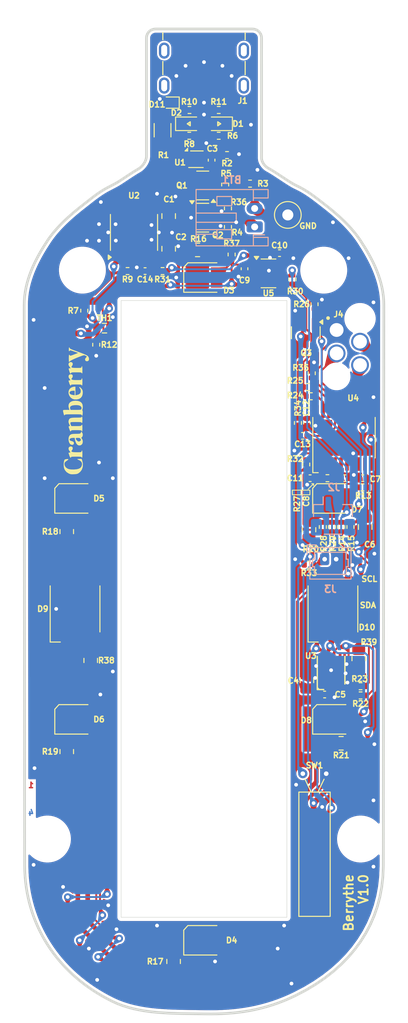
<source format=kicad_pcb>
(kicad_pcb (version 20240108) (generator "pcbnew") (generator_version "8.0")
  (layers (0 "F.Cu" signal) (1 "In1.Cu" power) (2 "In2.Cu" power) (31 "B.Cu" signal) (34 "B.Paste" user) (35 "F.Paste" user) (36 "B.SilkS" user "B.Silkscreen") (37 "F.SilkS" user "F.Silkscreen") (38 "B.Mask" user) (39 "F.Mask" user) (44 "Edge.Cuts" user))
  (net 0 "")
  (net 1 "/VBAT")
  (net 2 "Net-(BT1--)")
  (net 4 "GND")
  (net 5 "/VIN_CHRG")
  (net 6 "Net-(U1-BAT)")
  (net 7 "/3V3")
  (net 8 "/NRST")
  (net 9 "/BTN")
  (net 10 "/VBAT_SNS")
  (net 11 "/VUSB_SNS")
  (net 12 "Net-(D1-K)")
  (net 13 "Net-(D2-K)")
  (net 14 "Net-(D3-K)")
  (net 15 "Net-(D4-K)")
  (net 16 "Net-(D5-K)")
  (net 17 "Net-(D6-K)")
  (net 18 "Net-(D7-K)")
  (net 19 "Net-(D8-K)")
  (net 20 "/BLED")
  (net 21 "/GLED")
  (net 22 "/RLED")
  (net 25 "Net-(J1-CC1)")
  (net 27 "/USB_5V")
  (net 29 "Net-(J1-CC2)")
  (net 30 "Net-(J2-Pin_1)")
  (net 31 "Net-(Q1-G)")
  (net 32 "Net-(Q1-D)")
  (net 33 "Net-(Q2-G)")
  (net 34 "Net-(Q3-D)")
  (net 35 "Net-(Q3-G)")
  (net 36 "Net-(U1-V-)")
  (net 37 "Net-(U2-~{STDBY})")
  (net 38 "Net-(U2-TEMP)")
  (net 39 "Net-(U2-~{CHRG})")
  (net 40 "Net-(U2-PROG)")
  (net 41 "/SDA")
  (net 42 "/SCL")
  (net 43 "Net-(U3-SCL)")
  (net 44 "Net-(U3-SDA)")
  (net 45 "/WLED_PWM1")
  (net 46 "/WLED_PWM2")
  (net 47 "Net-(R28-Pad1)")
  (net 48 "/VIBR")
  (net 51 "/UART_TX")
  (net 55 "/VBAT_CHRG")
  (net 56 "/SWCLK")
  (net 58 "/SWDIO")
  (net 60 "Net-(D9-BK)")
  (net 61 "Net-(D10-BK)")
  (footprint "Berrythe-footprints:490107670412_DEBUGGING" (layer "F.Cu") (at 97.67 104.605 90)
    (property "Reference" "J4")
    (property "Value" "Wurth RedFit")
  )
  (footprint "Berrythe-footprints:LED_PLCC_2835" (layer "F.Cu") (at 68 121)
    (property "Reference" "D5")
    (property "Value" "Warm LED")
  )
  (footprint "Berrythe-footprints:R_0402_1005Metric" (layer "F.Cu") (at 84.6 91.5 90)
    (property "Reference" "R4")
    (property "Value" "5M1")
  )
  (footprint "Berrythe-footprints:R_0402_1005Metric" (layer "F.Cu") (at 80.425 78.8)
    (property "Reference" "R10")
    (property "Value" "5k1")
  )
  (footprint "Berrythe-footprints:LED_PLCC_2835" (layer "F.Cu") (at 96 145)
    (property "Reference" "D8")
    (property "Value" "Warm LED")
  )
  (footprint "Berrythe-footprints:LED_RGB_5050-6" (layer "F.Cu") (at 68 133 90)
    (property "Reference" "D9")
    (property "Value" "RGB LED")
  )
  (footprint "Berrythe-footprints:R_0402_1005Metric" (layer "F.Cu") (at 96.9 124.1 90)
    (property "Reference" "R14")
    (property "Value" "2k")
  )
  (footprint "Berrythe-footprints:TSSOP-20_4.4x6.5mm_P0.65mm" (layer "F.Cu") (at 97.2 114.4 90)
    (property "Reference" "U4")
    (property "Value" "MSPS003FxSPW20R")
  )
  (footprint "Berrythe-footprints:R_0402_1005Metric" (layer "F.Cu") (at 99.21 119.8)
    (property "Reference" "R13")
    (property "Value" "47k")
  )
  (footprint "Berrythe-footprints:C_0402_1005Metric" (layer "F.Cu") (at 92.7 114.2 180)
    (property "Reference" "C13")
    (property "Value" "10n")
  )
  (footprint "Berrythe-footprints:R_0402_1005Metric" (layer "F.Cu") (at 83.6 81.6)
    (property "Reference" "R6")
    (property "Value" "2k")
  )
  (footprint "Berrythe-footprints:R_0402_1005Metric" (layer "F.Cu") (at 70.3 104.3 90)
    (property "Reference" "R12")
    (property "Value" "5k1")
  )
  (footprint "Berrythe-footprints:R_0805_2012Metric" (layer "F.Cu") (at 81.3 94)
    (property "Reference" "R16")
    (property "Value" "24E")
  )
  (footprint "Berrythe-footprints:WSON-6_1.5x1.5mm_P0.5mm" (layer "F.Cu") (at 81.125 84.15)
    (property "Reference" "U1")
    (property "Value" "BQ29737")
  )
  (footprint "Berrythe-footprints:R_0402_1005Metric" (layer "F.Cu") (at 95.9 124.1 90)
    (property "Reference" "R29")
    (property "Value" "2k")
  )
  (footprint "Berrythe-footprints:R_0402_1005Metric" (layer "F.Cu") (at 84.6 89.5 -90)
    (property "Reference" "R36")
    (property "Value" "0E")
  )
  (footprint "Berrythe-footprints:MountingHole_2.2mm_M2" (layer "F.Cu") (at 65 158)
    (property "Reference" "H3" (hide yes))
    (property "Value" "MountingHole")
  )
  (footprint "Berrythe-footprints:C_0402_1005Metric" (layer "F.Cu") (at 95.1 142.3)
    (property "Reference" "C5")
    (property "Value" "100n")
  )
  (footprint "Berrythe-footprints:SOT-23" (layer "F.Cu") (at 81.8625 87 180)
    (property "Reference" "Q2")
    (property "Value" "DMN2024U")
  )
  (footprint "Berrythe-footprints:R_0805_2012Metric" (layer "F.Cu") (at 98.8 138.4 -90)
    (property "Reference" "R39")
    (property "Value" "24E")
  )
  (footprint "Berrythe-footprints:LED_0603_1608Metric" (layer "F.Cu") (at 80.4 80.3)
    (property "Reference" "D2")
    (property "Value" "Red LED")
  )
  (footprint "Berrythe-footprints:LED_RGB_5050-6" (layer "F.Cu") (at 96 133 90)
    (property "Reference" "D10")
    (property "Value" "RGB LED")
  )
  (footprint "Berrythe-footprints:R_0402_1005Metric" (layer "F.Cu") (at 73.7 96.3 180)
    (property "Reference" "R9")
    (property "Value" "2k")
  )
  (footprint "Berrythe-footprints:R_0402_1005Metric" (layer "F.Cu") (at 69 100.6 90)
    (property "Reference" "R7")
    (property "Value" "5k1")
  )
  (footprint "Berrythe-footprints:C_0402_1005Metric" (layer "F.Cu") (at 97.3 118.8)
    (property "Reference" "C8")
    (property "Value" "10n")
  )
  (footprint "Berrythe-footprints:R_0805_2012Metric" (layer "F.Cu") (at 69.7 138.6 -90)
    (property "Reference" "R38")
    (property "Value" "24E")
  )
  (footprint "Berrythe-footprints:C_0402_1005Metric" (layer "F.Cu") (at 99.2375 118.8 180)
    (property "Reference" "C7")
    (property "Value" "100n")
  )
  (footprint "Berrythe-footprints:LED_PLCC_2835" (layer "F.Cu") (at 82 169)
    (property "Reference" "D4")
    (property "Value" "Warm LED")
  )
  (footprint "Berrythe-footprints:TestPoint_Pad_1.0x1.0mm" (layer "F.Cu") (at 99.95 130.65)
    (property "Reference" "TP3" (hide yes))
    (property "Value" "SCL")
  )
  (footprint "Berrythe-footprints:C_0402_1005Metric" (layer "F.Cu") (at 93.52 118.8 180)
    (property "Reference" "C11")
    (property "Value" "10n")
  )
  (footprint "Berrythe-footprints:R_0402_1005Metric" (layer "F.Cu") (at 93.6 109.9)
    (property "Reference" "R24")
    (property "Value" "10E")
  )
  (footprint "Berrythe-footprints:WSON8-LP5810" (layer "F.Cu") (at 95.8 139.659467 90)
    (property "Reference" "U3")
    (property "Value" "LP5810D")
  )
  (footprint "Berrythe-footprints:R_0402_1005Metric" (layer "F.Cu") (at 80.4 81.6 180)
    (property "Reference" "R8")
    (property "Value" "2k")
  )
  (footprint "Berrythe-footprints:R_0402_1005Metric" (layer "F.Cu") (at 93.4 128.2 180)
    (property "Reference" "R33")
    (property "Value" "10E")
  )
  (footprint "Berrythe-footprints:TestPoint_Pad_1.0x1.0mm" (layer "F.Cu") (at 99.5 133.5)
    (property "Reference" "TP2" (hide yes))
    (property "Value" "SDA")
  )
  (footprint "Berrythe-footprints:SOIC-8-1EP_3.9x4.9mm_P1.27mm_EP2.41x3.3mm" (layer "F.Cu") (at 74.4 92.1 90)
    (property "Reference" "U2")
    (property "Value" "TP4056")
  )
  (footprint "Berrythe-footprints:R_0805_2012Metric" (layer "F.Cu") (at 67.1 124.6 90)
    (property "Reference" "R18")
    (property "Value" "24E")
  )
  (footprint "Berrythe-footprints:R_0402_1005Metric" (layer "F.Cu") (at 93.3 108.9)
    (property "Reference" "R25")
    (property "Value" "10E")
  )
  (footprint "Berrythe-footprints:MountingHole_2.2mm_M2" (layer "F.Cu") (at 68.8 96.2)
    (property "Reference" "H1" (hide yes))
    (property "Value" "MountingHole")
  )
  (footprint "Berrythe-footprints:C_0402_1005Metric" (layer "F.Cu") (at 75.6 96.3 180)
    (property "Reference" "C14")
    (property "Value" "100n")
  )
  (footprint "Berrythe-footprints:R_0402_1005Metric" (layer "F.Cu") (at 97.9 124.1 90)
    (property "Reference" "R15")
    (property "Value" "2k")
  )
  (footprint "Berrythe-footprints:C_0805_2012Metric" (layer "F.Cu") (at 99.5 124.1 -90)
    (property "Reference" "C6")
    (property "Value" "10u")
  )
  (footprint "Berrythe-footprints:MountingHole_2.2mm_M2" (layer "F.Cu") (at 95 96.2)
    (property "Reference" "H4" (hide yes))
    (property "Value" "MountingHole")
  )
  (footprint "Berrythe-footprints:C_0402_1005Metric" (layer "F.Cu") (at 82.825 84.25 -90)
    (property "Reference" "C3")
    (property "Value" "100n")
  )
  (footprint "Berrythe-footprints:R_0402_1005Metric" (layer "F.Cu") (at 84.5 83.7 180)
    (property "Reference" "R2")
    (property "Value" "2k")
  )
  (footprint "Berrythe-footprints:C_0402_1005Metric" (layer "F.Cu") (at 90.2 94.35 180)
    (property "Reference" "C10")
    (property "Value" "100n")
  )
  (footprint "Berrythe-footprints:TestPoint_THTPad_D2.5mm_Drill1.2mm" (layer "F.Cu") (at 91.1 90.2)
    (property "Reference" "TP1" (hide yes))
    (property "Value" "GND")
  )
  (footprint "Berrythe-footprints:SOT-23" (layer "F.Cu") (at 93.05 103 -90)
    (property "Reference" "Q3")
    (property "Value" "DMN2024U")
  )
  (footprint "Berrythe-footprints:R_0805_2012Metric" (layer "F.Cu") (at 67.1 148.5 90)
    (property "Reference" "R19")
    (property "Value" "24E")
  )
  (footprint "Berrythe-footprints:C_0402_1005Metric" (layer "F.Cu") (at 93.175 112.8 -90)
    (property "Reference" "C12")
    (property "Value" "10n")
  )
  (footprint "Berrythe-footprints:R_0402_1005Metric" (layer "F.Cu") (at 94.9 124.1 90)
    (property "Reference" "R28")
    (property "Value" "2k")
  )
  (footprint "Berrythe-footprints:R_0402_1005Metric" (layer "F.Cu") (at 93.7 107.4 -90)
    (property "Reference" "R35")
    (property "Value" "5k1")
  )
  (footprint "Berrythe-footprints:LED_PLCC_2835" (layer "F.Cu") (at 68 145)
    (property "Reference" "D6")
    (property "Value" "Warm LED")
  )
  (footprint "Berrythe-footprints:R_0805_2012Metric" (layer "F.Cu") (at 96.8875 147.6 180)
    (property "Reference" "R21")
    (property "Value" "24E")
  )
  (footprint "Berrythe-footprints:C_0805_2012Metric" (layer "F.Cu") (at 78.165 93.875 90)
    (property "Reference" "C2")
    (property "Value" "10u")
  )
  (footprint "Berrythe-footprints:C_0402_1005Metric" (layer "F.Cu") (at 86.4 96.05 -90)
    (property "Reference" "C9")
    (property "Value" "100n")
  )
  (footprint "Berrythe-footprints:SOT-23" (layer "F.Cu") (at 81.8625 90.5)
    (property "Reference" "Q1")
    (property "Value" "DMN2024U")
  )
  (footprint "Berrythe-footprints:C_0805_2012Metric" (layer "F.Cu") (at 93.174999 140.75 90)
    (property "Reference" "C4")
    (property "Value" "10u")
  )
  (footprint "Berrythe-footprints:R_0402_1005Metric" (layer "F.Cu") (at 84.3 86.9 90)
    (property "Reference" "R5")
    (property "Value" "5M1")
  )
  (footprint "Berrythe-footprints:R_1206_3216Metric" (layer "F.Cu") (at 77.5 81 -90)
    (property "Reference" "R1")
    (property "Value" "0E")
  )
  (footprint "Berrythe-footprints:C_0805_2012Metric" (layer "F.Cu") (at 78.165 90.325 -90)
    (property "Reference" "C1")
    (property "Value" "10u")
  )
  (footprint "Berrythe-footprints:AMPHENOL_10164359-00011LF" (layer "F.Cu") (at 82 73.2 180)
    (property "Reference" "J1")
    (property "Value" "USB_C_Receptacle_PowerOnly_6P")
  )
  (footprint "Berrythe-footprints:R_0402_1005Metric" (layer "F.Cu") (at 91.6 97.2 90)
    (property "Reference" "R30")
    (property "Value" "47k")
  )
  (footprint "Berrythe-footprints:R_0402_1005Metric" (layer "F.Cu") (at 92.2 112.8 90)
    (property "Reference" "R34")
    (property "Value" "47k")
  )
  (footprint "Berrythe-footprints:R_0603_1608Metric" (layer "F.Cu") (at 71.2 102.5)
    (property "Reference" "TH1")
    (property "Value" "10k@25°C NTC")
  )
  (footprint "Berrythe-footprints:R_0402_1005Metric" (layer "F.Cu") (at 87 86.8)
    (property "Reference" "R3")
    (property "Value" "330E")
  )
  (footprint "Berrythe-footprints:R_0402_1005Metric" (layer "F.Cu") (at 95.4 118.8 180)
    (property "Reference" "R27")
    (property "Value" "10E")
  )
  (footprint "Berrythe-footprints:LED_PLCC_2835" (layer "F.Cu") (at 96 121)
    (property "Reference" "D7")
    (property "Value" "Warm LED")
  )
  (footprint "Berrythe-footprints:R_0402_1005Metric" (layer "F.Cu") (at 94 99.9 -90)
    (property "Reference" "R26")
    (property "Value" "47k")
  )
  (footprint "Berrythe-footprints:R_0402_1005Metric" (layer "F.Cu") (at 85 94.5 -90)
    (property "Reference" "R37")
    (property "Value" "0E")
  )
  (footprint "Berrythe-footprints:R_0402_1005Metric" (layer "F.Cu") (at 99 142.4)
    (property "Reference" "R22")
    (property "Value" "10E")
  )
  (footprint "Berrythe-footprints:MountingHole_2.2mm_M2" (layer "F.Cu") (at 99 158)
    (property "Reference" "H2" (hide yes))
    (property "Value" "MountingHole")
  )
  (footprint "Berrythe-footprints:LED_0603_1608Metric" (layer "F.Cu") (at 83.6 80.3 180)
    (property "Reference" "D1")
    (property "Value" "Green LED")
  )
  (footprint "Berrythe-footprints:R_0402_1005Metric" (layer "F.Cu") (at 83.6 78.8 180)
    (property "Reference" "R11")
    (property "Value" "5k1")
  )
  (footprint "Berrythe-footprints:SW-18010P" (layer "F.Cu") (at 94 150.9)
    (property "Reference" "SW1")
    (property "Value" "SW_Vibr")
  )
  (footprint "Berrythe-footprints:R_0402_1005Metric" (layer "F.Cu") (at 77.5 96.3 180)
    (property "Reference" "R31")
    (property "Value" "47k")
  )
  (footprint "Package_TO_SOT_SMD:SOT-23-5" (layer "F.Cu") (at 89 96.55)
    (property "Reference" "U5")
    (property "Value" "TCR2LF33,LM(CT")
  )
  (footprint "Berrythe-footprints:D_SOD-882D" (layer "F.Cu") (at 78.4 78 180)
    (property "Reference" "D11")
    (property "Value" "D5V0S1U2LP")
  )
  (footprint "Berrythe-footprints:R_0805_2012Metric" (layer "F.Cu") (at 93.4 124.4 90)
    (property "Reference" "R20")
    (property "Value" "24E")
  )
  (footprint "Berrythe-footprints:R_0402_1005Metric" (layer "F.Cu") (at 93.1 117.31 90)
    (property "Reference" "R32")
    (property "Value" "10E")
  )
  (footprint "Berrythe-footprints:LED_PLCC_2835" (layer "F.Cu") (at 82 97)
    (property "Reference" "D3")
    (property "Value" "Warm LED")
  )
  (footprint "Berrythe-footprints:R_0805_2012Metric" (layer "F.Cu") (at 78.7 171.3 90)
    (property "Reference" "R17")
    (property "Value" "24E")
  )
  (footprint "Berrythe-footprints:R_0402_1005Metric" (layer "F.Cu") (at 99 141.4)
    (property "Reference" "R23")
    (property "Value" "10E")
  )
  (footprint "Berrythe-footprints:CranberryLogo" (layer "F.Cu") (at 68 111.5 90)
    (property "Reference" "G***" (hide yes))
    (property "Value" "LOGO" (hide yes))
  )
  (footprint "Berrythe-footprints:Molex_Pico-Clasp_501331-0207_1x02-1MP_P1.00mm_Vertical" (layer "B.Cu") (at 96 122.925)
    (property "Reference" "J2")
    (property "Value" "TactileSw Conn")
  )
  (footprint "Berrythe-footprints:Molex_PicoBlade_53047-0210_1x02_P1.25mm_Vertical" (layer "B.Cu") (at 95.1 127.6)
    (property "Reference" "J3")
    (property "Value" "TactileSw Conn")
  )
  (footprint "Berrythe-footprints:JST_PH_S2B-PH-K_1x02_P2.00mm_Horizontal" (layer "B.Cu") (at 87.5 91.5 90)
    (property "Reference" "BT1")
    (property "Value" "Battery_Cell")
  )
  (gr_rect (start 91.6 120.1) (end 93.5 120.6) (stroke (width 0.1)) (fill none) (layer "F.SilkS"))
  (gr_line (start 93.9 119.4) (end 93.7 119.4) (stroke (width 0.1)) (layer "F.SilkS"))
  (gr_line (start 93.3 120) (end 93.9 119.4) (stroke (width 0.1)) (layer "F.SilkS"))
  (gr_line (start 93.9 119.4) (end 93.9 119.6) (stroke (width 0.1)) (layer "F.SilkS"))
  (gr_line (start 92.55 120.1) (end 92.55 120.6) (stroke (width 0.1)) (layer "F.SilkS"))
  (gr_poly (pts (xy 87.310494 70.001217) (xy 87.359241 70.004844) (xy 87.407573 70.010848) (xy 87.455411 70.019197) (xy 87.502671 70.029855) (xy 87.549274 70.042789) (xy 87.595139 70.057966) (xy 87.640183 70.075352) (xy 87.684325 70.094913) (xy 87.727486 70.116617) (xy 87.769583 70.140428) (xy 87.810535 70.166314) (xy 87.850261 70.194241) (xy 87.88868 70.224176) (xy 87.925711 70.256084) (xy 87.961273 70.289932) (xy 87.995114 70.325501) (xy 88.027015 70.362538) (xy 88.056943 70.400964) (xy 88.084863 70.440695) (xy 88.110741 70.481652) (xy 88.134546 70.523753) (xy 88.156242 70.566918) (xy 88.175796 70.611064) (xy 88.193174 70.656111) (xy 88.208343 70.701978) (xy 88.22127 70.748583) (xy 88.23192 70.795845) (xy 88.24026 70.843684) (xy 88.246256 70.892017) (xy 88.249875 70.940765) (xy 88.251083 70.989845) (xy 88.249085 83.997803) (xy 88.250074 84.039418) (xy 88.253019 84.081157) (xy 88.26456 84.164796) (xy 88.283273 84.248289) (xy 88.308721 84.331209) (xy 88.340467 84.413127) (xy 88.378078 84.493614) (xy 88.421116 84.57224) (xy 88.469145 84.648579) (xy 88.52173 84.7222) (xy 88.578434 84.792675) (xy 88.638823 84.859575) (xy 88.702459 84.922472) (xy 88.768908 84.980936) (xy 88.837732 85.03454) (xy 88.908497 85.082854) (xy 88.980766 85.12545) (xy 88.980568 85.12545) (xy 89.172144 85.232754) (xy 89.368574 85.348511) (xy 89.771551 85.599266) (xy 90.586856 86.1349) (xy 90.981405 86.395304) (xy 91.355365 86.634447) (xy 91.699846 86.840092) (xy 91.858254 86.926528) (xy 92.005959 87) (xy 92.24035 87.113167) (xy 92.463792 87.227742) (xy 92.677282 87.343725) (xy 92.881816 87.461118) (xy 93.078387 87.579922) (xy 93.267994 87.700139) (xy 93.630292 87.944814) (xy 93.976676 88.195152) (xy 94.315112 88.451164) (xy 95 88.980247) (xy 95.573126 89.429687) (xy 96.134848 89.894416) (xy 96.680423 90.374476) (xy 96.945671 90.620269) (xy 97.205104 90.869911) (xy 97.458127 91.123409) (xy 97.704147 91.380766) (xy 97.942572 91.64199) (xy 98.172808 91.907085) (xy 98.394261 92.176056) (xy 98.60634 92.44891) (xy 98.808451 92.725652) (xy 99 93.006287) (xy 99.491877 93.780401) (xy 99.729077 94.178066) (xy 99.958384 94.582822) (xy 100.178251 94.99468) (xy 100.387128 95.413655) (xy 100.583464 95.83976) (xy 100.765712 96.273007) (xy 100.932321 96.713411) (xy 101.081742 97.160984) (xy 101.212426 97.615741) (xy 101.322824 98.077693) (xy 101.411386 98.546854) (xy 101.476563 99.023238) (xy 101.516805 99.506858) (xy 101.530563 99.997726) (xy 101.469437 161) (xy 101.422079 162.119126) (xy 101.298863 163.211363) (xy 101.100401 164.275496) (xy 100.827302 165.310314) (xy 100.480177 166.314603) (xy 100.059638 167.287151) (xy 99.566295 168.226744) (xy 99.000758 169.13217) (xy 98.363639 170.002215) (xy 97.655548 170.835667) (xy 96.877096 171.631314) (xy 96.028894 172.387941) (xy 95.111553 173.104336) (xy 94.125682 173.779286) (xy 93.071894 174.411578) (xy 91.950798 175) (xy 91.34824 175.283229) (xy 90.746667 175.54181) (xy 90.145315 175.776502) (xy 89.543419 175.988069) (xy 88.940215 176.17727) (xy 88.334938 176.344867) (xy 87.726824 176.49162) (xy 87.115108 176.61829) (xy 86.499027 176.725639) (xy 85.877815 176.814427) (xy 85.250709 176.885416) (xy 84.616943 176.939366) (xy 83.975754 176.977038) (xy 83.326377 176.999194) (xy 82.668047 177.006594) (xy 82 177) (xy 79.474714 176.962303) (xy 78.185121 176.920223) (xy 76.896945 176.834633) (xy 76.257932 176.768955) (xy 75.624726 176.684519) (xy 74.999144 176.578697) (xy 74.383004 176.448864) (xy 73.778122 176.292392) (xy 73.186316 176.106653) (xy 72.609404 175.889022) (xy 72.049202 175.636871) (xy 71.48027 175.346393) (xy 70.928073 175.041297) (xy 70.392687 174.721969) (xy 69.87419 174.388792) (xy 69.372659 174.042152) (xy 68.888172 173.682433) (xy 68.420806 173.310021) (xy 67.97064 172.925301) (xy 67.537749 172.528656) (xy 67.122212 172.120473) (xy 66.724106 171.701136) (xy 66.343508 171.271029) (xy 65.980496 170.830538) (xy 65.635148 170.380047) (xy 65.30754 169.919941) (xy 64.99775 169.450605) (xy 64.705856 168.972425) (xy 64.431936 168.485784) (xy 64.176065 167.991068) (xy 63.938323 167.488661) (xy 63.718786 166.978948) (xy 63.517532 166.462315) (xy 63.334638 165.939146) (xy 63.170181 165.409825) (xy 63.02424 164.874738) (xy 62.896892 164.33427) (xy 62.788213 163.788805) (xy 62.698282 163.238728) (xy 62.627176 162.684424) (xy 62.574972 162.126279) (xy 62.541747 161.564675) (xy 62.52758 161) (xy 62.47242 99.998856) (xy 62.485681 99.50756) (xy 62.525448 99.023529) (xy 62.590176 98.546748) (xy 62.678319 98.077206) (xy 62.788331 97.614887) (xy 62.91867 97.15978) (xy 63.067788 96.711869) (xy 63.23414 96.271142) (xy 63.416183 95.837585) (xy 63.61237 95.411185) (xy 63.821156 94.991928) (xy 64.040997 94.579801) (xy 64.270347 94.17479) (xy 64.507661 93.776882) (xy 65 93.002319) (xy 65.190413 92.724166) (xy 65.39209 92.449839) (xy 65.604322 92.179334) (xy 65.826395 91.912644) (xy 66.057599 91.649765) (xy 66.297223 91.390691) (xy 66.544554 91.135417) (xy 66.798882 90.883937) (xy 67.059494 90.636246) (xy 67.32568 90.392339) (xy 67.871927 89.915853) (xy 68.431931 89.454438) (xy 69 89.008049) (xy 69.556504 88.57291) (xy 69.82769 88.361045) (xy 70.100371 88.152976) (xy 70.3792 87.948697) (xy 70.668831 87.748204) (xy 70.819151 87.649375) (xy 70.973916 87.55149) (xy 71.133709 87.454549) (xy 71.29911 87.358551) (xy 71.451063 87.274839) (xy 71.621078 87.184765) (xy 71.990614 86.993012) (xy 72.177796 86.895073) (xy 72.358362 86.798252) (xy 72.526141 86.704417) (xy 72.674965 86.61544) (xy 72.930351 86.452546) (xy 73.19638 86.278317) (xy 73.748889 85.911673) (xy 74.029633 85.727166) (xy 74.309545 85.547142) (xy 74.585757 85.375556) (xy 74.8554 85.216362) (xy 74.943419 85.162015) (xy 75.029684 85.100727) (xy 75.113654 85.033027) (xy 75.194788 84.959444) (xy 75.272544 84.880507) (xy 75.346379 84.796745) (xy 75.415754 84.708688) (xy 75.480125 84.616864) (xy 75.538952 84.521803) (xy 75.591693 84.424033) (xy 75.637805 84.324084) (xy 75.658207 84.273457) (xy 75.676748 84.222484) (xy 75.693362 84.171231) (xy 75.70798 84.119764) (xy 75.720535 84.068148) (xy 75.730959 84.016451) (xy 75.739185 83.964738) (xy 75.745144 83.913075) (xy 75.748769 83.861529) (xy 75.749992 83.810165) (xy 75.749992 70.989853) (xy 75.751209 70.940768) (xy 75.754836 70.892017) (xy 75.76084 70.84368) (xy 75.769188 70.795838) (xy 75.779845 70.748573) (xy 75.792778 70.701966) (xy 75.807954 70.656097) (xy 75.825339 70.611049) (xy 75.8449 70.566901) (xy 75.866602 70.523736) (xy 75.890412 70.481634) (xy 75.916297 70.440677) (xy 75.944223 70.400946) (xy 75.974156 70.362521) (xy 76.006062 70.325484) (xy 76.039909 70.289917) (xy 76.075477 70.25607) (xy 76.112513 70.224163) (xy 76.150938 70.19423) (xy 76.190669 70.166305) (xy 76.231627 70.14042) (xy 76.273728 70.116609) (xy 76.316894 70.094907) (xy 76.361041 70.075347) (xy 76.40609 70.057962) (xy 76.451958 70.042786) (xy 76.498566 70.029852) (xy 76.545831 70.019195) (xy 76.593673 70.010848) (xy 76.64201 70.004844) (xy 76.690761 70.001216) (xy 76.739845 70) (xy 87.261414 70)) (stroke (width 0.288127)) (fill none) (layer "Edge.Cuts"))
  (gr_line (start 73 99.5) (end 91 99.5) (stroke (width 0.05)) (layer "Edge.Cuts"))
  (gr_line (start 73 166.5) (end 73 99.5) (stroke (width 0.05)) (layer "Edge.Cuts"))
  (gr_line (start 91 99.5) (end 91 166.5) (stroke (width 0.05)) (layer "Edge.Cuts"))
  (gr_line (start 91 166.5) (end 73 166.5) (stroke (width 0.05)) (layer "Edge.Cuts"))
  (gr_text "1" (at 63.6 152.5 0) (layer "F.Cu") (effects (font (size 0.6 0.6) (thickness 0.15) (bold yes)) (justify left bottom mirror)))
  (gr_text "4" (at 63.6 155.5 0) (layer "B.Cu") (effects (font (size 0.6 0.6) (thickness 0.15) (bold yes)) (justify left bottom mirror)))
  (gr_text "Berrythe\nV1.0" (at 99.9 161.7 90) (layer "F.SilkS") (effects (font (size 1 1) (thickness 0.2) (bold yes)) (justify right bottom)))
  (segment (start 92.4 153.6) (end 94.2 151.8) (width 0.5) (layer "F.Cu") (net 1))
  (segment (start 78.132449 98) (end 72.6 98) (width 0.2032) (layer "F.Cu") (net 1))
  (segment (start 85 95.01) (end 85 97.393157) (width 0.2032) (layer "F.Cu") (net 1))
  (segment (start 87.8625 95.6) (end 85.3 95.6) (width 0.2032) (layer "F.Cu") (net 1))
  (segment (start 92.1 140.625001) (end 92.1 132.2) (width 0.2032) (layer "F.Cu") (net 1))
  (segment (start 94.2 150.1) (end 94.9 149.4) (width 0.5) (layer "F.Cu") (net 1))
  (segment (start 88.8 97.5) (end 89.4048 96.8952) (width 0.2032) (layer "F.Cu") (net 1))
  (segment (start 71.0798 102.989638) (end 71 103.069438) (width 0.2032) (layer "F.Cu") (net 1))
  (segment (start 71 101.930562) (end 71.0798 102.010362) (width 0.2032) (layer "F.Cu") (net 1))
  (segment (start 92.4 167.2) (end 92.4 153.6) (width 0.5) (layer "F.Cu") (net 1))
  (segment (start 94.62 142.845001) (end 94.62 142.3) (width 0.2032) (layer "F.Cu") (net 1))
  (segment (start 66.3 130.6) (end 65.9 130.6) (width 0.5) (layer "F.Cu") (net 1))
  (segment (start 85 95.375) (end 83.375 97) (width 0.2032) (layer "F.Cu") (net 1))
  (segment (start 94.3 130.6) (end 97.7 130.6) (width 0.8) (layer "F.Cu") (net 1))
  (segment (start 85 97.393157) (end 85.253422 97.646578) (width 0.2032) (layer "F.Cu") (net 1))
  (segment (start 96.1 149.4) (end 96.9 148.6) (width 0.5) (layer "F.Cu") (net 1))
  (segment (start 69.375 145) (end 69.375 166.875) (width 0.5) (layer "F.Cu") (net 1))
  (segment (start 81.9064 171.3) (end 83.375 169.8314) (width 0.5) (layer "F.Cu") (net 1))
  (segment (start 90.6 169) (end 92.4 167.2) (width 0.5) (layer "F.Cu") (net 1))
  (segment (start 91.6 96.234467) (end 91.578685 96.213152) (width 0.2032) (layer "F.Cu") (net 1))
  (segment (start 71.5 103.7) (end 71.5 117.6) (width 0.5) (layer "F.Cu") (net 1))
  (segment (start 97.7 129.200048) (end 97.7 130.6) (width 0.2032) (layer "F.Cu") (net 1))
  (segment (start 85.406843 97.8) (end 86.8 97.8) (width 0.2032) (layer "F.Cu") (net 1))
  (segment (start 83.375 97) (end 83.375 97.475) (width 0.2032) (layer "F.Cu") (net 1))
  (segment (start 73.8 171.3) (end 77.4 171.3) (width 0.5) (layer "F.Cu") (net 1))
  (segment (start 83.375 169.8314) (end 83.375 169) (width 0.5) (layer "F.Cu") (net 1))
  (segment (start 69.7 130.6) (end 69.7 130.8) (width 0.5) (layer "F.Cu") (net 1))
  (segment (start 94.9 149.4) (end 96.1 149.4) (width 0.5) (layer "F.Cu") (net 1))
  (segment (start 79.8 171.3) (end 81.9064 171.3) (width 0.5) (layer "F.Cu") (net 1))
  (segment (start 97.66152 129.161568) (end 97.7 129.200048) (width 0.2032) (layer "F.Cu") (net 1))
  (segment (start 65.9 130.6) (end 65 131.5) (width 0.5) (layer "F.Cu") (net 1))
  (segment (start 87.1 97.5) (end 87.8625 97.5) (width 0.2032) (layer "F.Cu") (net 1))
  (segment (start 65 131.5) (end 65 139.7936) (width 0.5) (layer "F.Cu") (net 1))
  (segment (start 94.2 151.8) (end 94.2 150.1) (width 0.5) (layer "F.Cu") (net 1))
  (segment (start 85 95.3) (end 85 95.01) (width 0.2032) (layer "F.Cu") (net 1))
  (segment (start 97.375 143.975) (end 96.712358 143.312358) (width 0.2032) (layer "F.Cu") (net 1))
  (segment (start 78.343649 97.7888) (end 78.132449 98) (width 0.2032) (layer "F.Cu") (net 1))
  (segment (start 87.8625 97.5) (end 88.8 97.5) (width 0.2032) (layer "F.Cu") (net 1))
  (segment (start 69.375 144.1686) (end 69.375 145) (width 0.5) (layer "F.Cu") (net 1))
  (segment (start 77.4 171.3) (end 79.8 171.3) (width 0.38) (layer "F.Cu") (net 1))
  (segment (start 85.2 97.7) (end 85 97.7) (width 0.2032) (layer "F.Cu") (net 1))
  (segment (start 65 139.7936) (end 69.375 144.1686) (width 0.5) (layer "F.Cu") (net 1))
  (segment (start 96.712358 143.312358) (end 95.087357 143.312358) (width 0.2032) (layer "F.Cu") (net 1))
  (segment (start 85.253422 97.646578) (end 85.406843 97.8) (width 0.2032) (layer "F.Cu") (net 1))
  (segment (start 71 103.069438) (end 71 103.2) (width 0.2032) (layer "F.Cu") (net 1))
  (segment (start 66.3 130.6) (end 69.7 130.6) (width 0.8) (layer "F.Cu") (net 1))
  (segment (start 93.174999 141.7) (end 92.1 140.625001) (width 0.2032) (layer "F.Cu") (net 1))
  (segment (start 95.087357 143.312358) (end 94.62 142.845001) (width 0.2032) (layer "F.Cu") (net 1))
  (segment (start 97.375 122.374994) (end 97.5 122.499994) (width 0.2032) (layer "F.Cu") (net 1))
  (segment (start 86.8 97.8) (end 87.1 97.5) (width 0.2032) (layer "F.Cu") (net 1))
  (segment (start 97.375 146.311098) (end 96.9 146.786098) (width 0.5) (layer "F.Cu") (net 1))
  (segment (start 71 99.6) (end 71 101.930562) (width 0.2032) (layer "F.Cu") (net 1))
  (segment (start 97.375 145) (end 97.375 146.311098) (width 0.5) (layer "F.Cu") (net 1))
  (segment (start 69.4 130.3) (end 69.7 130.6) (width 0.5) (layer "F.Cu") (net 1))
  (segment (start 85.253422 97.646578) (end 85.2 97.7) (width 0.2032) (layer "F.Cu") (net 1))
  (segment (start 97.375 144.4654) (end 97.375 145) (width 0.2032) (layer "F.Cu") (net 1))
  (segment (start 69.375 121) (end 69.4 121.025) (width 0.5) (layer "F.Cu") (net 1))
  (segment (start 71.5 117.6) (end 69.375 119.725) (width 0.5) (layer "F.Cu") (net 1))
  (segment (start 69.375 119.725) (end 69.375 121) (width 0.5) (layer "F.Cu") (net 1))
  (segment (start 85 95.01) (end 85 95.375) (width 0.2032) (layer "F.Cu") (net 1))
  (segment (start 83.375 169) (end 90.6 169) (width 0.5) (layer "F.Cu") (net 1))
  (segment (start 69.375 166.875) (end 73.8 171.3) (width 0.5) (layer "F.Cu") (net 1))
  (segment (start 71 103.2) (end 71.5 103.7) (width 0.2032) (layer "F.Cu") (net 1))
  (segment (start 71.0798 102.010362) (end 71.0798 102.989638) (width 0.2032) (layer "F.Cu") (net 1))
  (segment (start 89.4048 96.8952) (end 91.7952 96.8952) (width 0.2032) (layer "F.Cu") (net 1))
  (segment (start 72.6 98) (end 71 99.6) (width 0.2032) (layer "F.Cu") (net 1))
  (segment (start 96.9 148.6) (end 96.9 146.786098) (width 0.35) (layer "F.Cu") (net 1))
  (segment (start 97.375 121) (end 97.375 122.374994) (width 0.2032) (layer "F.Cu") (net 1))
  (segment (start 92.1 132.2) (end 93.7 130.6) (width 0.2032) (layer "F.Cu") (net 1))
  (segment (start 97.375 145) (end 97.375 143.975) (width 0.2032) (layer "F.Cu") (net 1))
  (segment (start 85.3 95.6) (end 85 95.3) (width 0.2032) (layer "F.Cu") (net 1))
  (segment (start 91.6 96.69) (end 91.6 96.234467) (width 0.2032) (layer "F.Cu") (net 1))
  (segment (start 93.7 130.6) (end 94.3 130.6) (width 0.2032) (layer "F.Cu") (net 1))
  (segment (start 69.4 121.025) (end 69.4 130.3) (width 0.5) (layer "F.Cu") (net 1))
  (via (at 97.66152 129.161568) (size 0.8128) (drill 0.4064) (layers "F.Cu" "B.Cu") (net 1))
  (via (at 78.343649 97.7888) (size 0.8128) (drill 0.4064) (layers "F.Cu" "B.Cu") (net 1))
  (via (at 91.578685 96.213152) (size 0.8128) (drill 0.4064) (layers "F.Cu" "B.Cu") (net 1))
  (via (at 85 97.7) (size 0.8128) (drill 0.4064) (layers "F.Cu" "B.Cu") (net 1))
  (via (at 97.5 122.499994) (size 0.8128) (drill 0.4064) (layers "F.Cu" "B.Cu") (net 1))
  (segment (start 97.66152 129.161568) (end 97.4 128.900048) (width 0.2032) (layer "B.Cu") (net 1))
  (segment (start 97.4 128.900048) (end 97.4 126.2) (width 0.2032) (layer "B.Cu") (net 1))
  (segment (start 97.5 117.6) (end 97.5 122.499994) (width 0.2032) (layer "B.Cu") (net 1))
  (segment (start 78.343649 97.7888) (end 78.454849 97.9) (width 0.2032) (layer "B.Cu") (net 1))
  (segment (start 96.8952 125.6952) (end 96.8952 123.104794) (width 0.2032) (layer "B.Cu") (net 1))
  (segment (start 91.578685 98.078685) (end 93.4144 99.9144) (width 0.2032) (layer "B.Cu") (net 1))
  (segment (start 93.2 103.993157) (end 93.2 113.3) (width 0.2032) (layer "B.Cu") (net 1))
  (segment (start 84.8 97.9) (end 85 97.7) (width 0.2032) (layer "B.Cu") (net 1))
  (segment (start 93.4144 103.778757) (end 93.2 103.993157) (width 0.2032) (layer "B.Cu") (net 1))
  (segment (start 96.8952 123.104794) (end 97.5 122.499994) (width 0.2032) (layer "B.Cu") (net 1))
  (segment (start 93.2 113.3) (end 97.5 117.6) (width 0.2032) (layer "B.Cu") (net 1))
  (segment (start 78.454849 97.9) (end 84.8 97.9) (width 0.2032) (layer "B.Cu") (net 1))
  (segment (start 97.4 126.2) (end 96.8952 125.6952) (width 0.2032) (layer "B.Cu") (net 1))
  (segment (start 93.4144 99.9144) (end 93.4144 103.778757) (width 0.2032) (layer "B.Cu") (net 1))
  (segment (start 91.578685 96.213152) (end 91.578685 98.078685) (width 0.2032) (layer "B.Cu") (net 1))
  (segment (start 84.647714 86.39) (end 85.3 87.042286) (width 0.8) (layer "F.Cu") (net 2))
  (segment (start 84.99 88.99) (end 84.6 88.99) (width 0.8) (layer "F.Cu") (net 2))
  (segment (start 87.5 91.5) (end 84.99 88.99) (width 0.8) (layer "F.Cu") (net 2))
  (segment (start 85.3 88.29) (end 84.6 88.99) (width 0.8) (layer "F.Cu") (net 2))
  (segment (start 82.8 86.05) (end 83.96 86.05) (width 0.8) (layer "F.Cu") (net 2))
  (segment (start 83.96 86.05) (end 84.3 86.39) (width 0.8) (layer "F.Cu") (net 2))
  (segment (start 85.3 87.042286) (end 85.3 88.29) (width 0.8) (layer "F.Cu") (net 2))
  (segment (start 84.3 86.39) (end 84.647714 86.39) (width 0.8) (layer "F.Cu") (net 2))
  (segment (start 82.825 86.025) (end 82.8 86.05) (width 0.2032) (layer "F.Cu") (net 2))
  (segment (start 82.745 84.65) (end 82.825 84.73) (width 0.2032) (layer "F.Cu") (net 2))
  (segment (start 81.7 84.65) (end 82.745 84.65) (width 0.2032) (layer "F.Cu") (net 2))
  (segment (start 82.825 84.73) (end 82.825 86.025) (width 0.2032) (layer "F.Cu") (net 2))
  (segment (start 79.25 75.75) (end 79 75.5) (width 0.2032) (layer "F.Cu") (net 4))
  (segment (start 84.75 75.75) (end 85 75.5) (width 0.2032) (layer "F.Cu") (net 4))
  (segment (start 84.75 76.53) (end 84.75 75.75) (width 0.2032) (layer "F.Cu") (net 4))
  (segment (start 93.7 106.89) (end 93.7 106.461917) (width 0.2032) (layer "F.Cu") (net 4))
  (segment (start 93.04 118.8) (end 93.04 119.34) (width 0.2032) (layer "F.Cu") (net 4))
  (segment (start 79.25 76.53) (end 79.25 75.75) (width 0.2032) (layer "F.Cu") (net 4))
  (segment (start 93.04 119.34) (end 93.2 119.5) (width 0.2032) (layer "F.Cu") (net 4))
  (segment (start 93.7 106.461917) (end 93.9467 106.215217) (width 0.2032) (layer "F.Cu") (net 4))
  (via (at 98.6 125.8) (size 0.8128) (drill 0.4064) (layers "F.Cu" "B.Cu") (net 4))
  (via (at 80 74) (size 0.8128) (drill 0.4064) (layers "F.Cu" "B.Cu") (net 4))
  (via (at 87.8 85.3) (size 0.8128) (drill 0.4064) (layers "F.Cu" "B.Cu") (net 4))
  (via (at 65.95 133) (size 0.8128) (drill 0.4064) (layers "F.Cu" "B.Cu") (net 4))
  (via (at 70.8 88.8) (size 0.8128) (drill 0.4064) (layers "F.Cu" "B.Cu") (net 4))
  (via (at 76.3 92.9) (size 0.8128) (drill 0.4064) (layers "F.Cu" "B.Cu") (net 4))
  (via (at 98.266318 118.443439) (size 0.8128) (drill 0.4064) (layers "F.Cu" "B.Cu") (net 4))
  (via (at 100.4 110) (size 0.8128) (drill 0.4064) (layers "F.Cu" "B.Cu") (net 4))
  (via (at 80.6 90.5) (size 0.8128) (drill 0.4064) (layers "F.Cu" "B.Cu") (net 4))
  (via (at 94.1 113.1) (size 0.8128) (drill 0.4064) (layers "F.Cu" "B.Cu") (net 4))
  (via (at 85.75 96.9) (size 0.8128) (drill 0.4064) (layers "F.Cu" "B.Cu") (net 4))
  (via (at 82 78) (size 0.8128) (drill 0.4064) (layers "F.Cu" "B.Cu") (net 4))
  (via (at 63.5 160.8) (size 0.8128) (drill 0.4064) (layers "F.Cu" "B.Cu") (net 4))
  (via (at 77.1 92.1) (size 0.8128) (drill 0.4064) (layers "F.Cu" "B.Cu") (net 4))
  (via (at 98.2 116.1) (size 0.8128) (drill 0.4064) (layers "F.Cu" "B.Cu") (net 4))
  (via (at 72.1 101.3) (size 0.8128) (drill 0.4064) (layers "F.Cu" "B.Cu") (net 4))
  (via (at 83.907191 89.792143) (size 0.8128) (drill 0.4064) (layers "F.Cu" "B.Cu") (net 4))
  (via (at 97.374999 140) (size 0.8128) (drill 0.4064) (layers "F.Cu" "B.Cu") (net 4))
  (via (at 70.75 142.3) (size 0.8128) (drill 0.4064) (layers "F.Cu" "B.Cu") (net 4))
  (via (at 69.5 169.9) (size 0.8128) (drill 0.4064) (layers "F.Cu" "B.Cu") (net 4))
  (via (at 76.9 167.4) (size 0.8128) (drill 0.4064) (layers "F.Cu" "B.Cu") (net 4))
  (via (at 97.574999 141) (size 0.8128) (drill 0.4064) (layers "F.Cu" "B.Cu") (net 4))
  (via (at 78.984 97) (size 0.8128) (drill 0.4064) (layers "F.Cu" "B.Cu") (net 4))
  (via (at 93.2 119.5) (size 0.8128) (drill 0.4064) (layers "F.Cu" "B.Cu") (net 4))
  (via (at 72.425228 92.990401) (size 0.8128) (drill 0.4064) (layers "F.Cu" "B.Cu") (net 4))
  (via (at 99.500257 145.219202) (size 0.8128) (drill 0.4064) (layers "F.Cu" "B.Cu") (net 4))
  (via (at 96.170367 142.601158) (size 0.8128) (drill 0.4064) (layers "F.Cu" "B.Cu") (net 4))
  (via (at 82.25 82.4) (size 0.8128) (drill 0.4064) (layers "F.Cu" "B.Cu") (net 4))
  (via (at 87.1 80.4) (size 0.8128) (drill 0.4064) (layers "F.Cu" "B.Cu") (net 4))
  (via (at 71.6 92.1) (size 0.8128) (drill 0.4064) (layers "F.Cu" "B.Cu") (net 4))
  (via (at 69.3 93) (size 0.8128) (drill 0.4064) (layers "F.Cu" "B.Cu") (net 4))
  (via (at 100.5 127) (size 0.8128) (drill 0.4064) (layers "F.Cu" "B.Cu") (net 4))
  (via (at 79.2 93.6) (size 0.8128) (drill 0.4064) (layers "F.Cu" "B.Cu") (net 4))
  (via (at 70.6 93) (size 0.8128) (drill 0.4064) (layers "F.Cu" "B.Cu") (net 4))
  (via (at 92 152.1) (size 0.8128) (drill 0.4064) (layers "F.Cu" "B.Cu") (net 4))
  (via (at 91.5 173.7) (size 0.8128) (drill 0.4064) (layers "F.Cu" "B.Cu") (net 4))
  (via (at 82 73.6) (size 0.8128) (drill 0.4064) (layers "F.Cu" "B.Cu") (net 4))
  (via (at 84 74) (size 0.8128) (drill 0.4064) (layers "F.Cu" "B.Cu") (net 4))
  (via (at 66.7 163.2) (size 0.8128) (drill 0.4064) (layers "F.Cu" "B.Cu") (net 4))
  (via (at 85 75.1) (size 0.8128) (drill 0.4064) (layers "F.Cu" "B.Cu") (net 4))
  (via (at 78.9 88.2) (size 0.8128) (drill 0.4064) (layers "F.Cu" "B.Cu") (net 4))
  (via (at 100.4 153.8) (size 0.8128) (drill 0.4064) (layers "F.Cu" "B.Cu") (net 4))
  (via (at 91.7 94.9) (size 0.8128) (drill 0.4064) (layers "F.Cu" "B.Cu") (net 4))
  (via (at 70.6 117.1) (size 0.8128) (drill 0.4064) (layers "F.Cu" "B.Cu") (net 4))
  (via (at 64.7 118.8) (size 0.8128) (drill 0.4064) (layers "F.Cu" "B.Cu") (net 4))
  (via (at 74.7 95.9) (size 0.8128) (drill 0.4064) (layers "F.Cu" "B.Cu") (net 4))
  (via (at 94.8 99.4) (size 0.8128) (drill 0.4064) (layers "F.Cu" "B.Cu") (net 4))
  (via (at 77.2 77.6) (size 0.8128) (drill 0.4064) (layers "F.Cu" "B.Cu") (net 4))
  (via (at 97.474999 139) (size 0.8128) (drill 0.4064) (layers "F.Cu" "B.Cu") (net 4))
  (via (at 76.9 87.9) (size 0.8128) (drill 0.4064) (layers "F.Cu" "B.Cu") (net 4))
  (via (at 71.6 165.2) (size 0.8128) (drill 0.4064) (layers "F.Cu" "B.Cu") (net 4))
  (via (at 91.9 100.6) (size 0.8128) (drill 0.4064) (layers "F.Cu" "B.Cu") (net 4))
  (via (at 94.174999 139.2) (size 0.8128) (drill 0.4064) (layers "F.Cu" "B.Cu") (net 4))
  (via (at 89.165125 94.843962) (size 0.8128) (drill 0.4064) (layers "F.Cu" "B.Cu") (net 4))
  (via (at 72.1 139.8) (size 0.8128) (drill 0.4064) (layers "F.Cu" "B.Cu") (net 4))
  (via (at 96 91) (size 0.8128) (drill 0.4064) (layers "F.Cu" "B.Cu") (net 4))
  (via (at 85.5 91) (size 0.8128) (drill 0.4064) (layers "F.Cu" "B.Cu") (net 4))
  (via (at 91.9 127.6) (size 0.8128) (drill 0.4064) (layers "F.Cu" "B.Cu") (net 4))
  (via (at 91.8128 115.8) (size 0.8128) (drill 0.4064) (layers "F.Cu" "B.Cu") (net 4))
  (via (at 72.400642 91.2096) (size 0.8128) (drill 0.4064) (layers "F.Cu" "B.Cu") (net 4))
  (via (at 82 79.3) (size 0.8128) (drill 0.4064) (layers "F.Cu" "B.Cu") (net 4))
  (via (at 79 75.1) (size 0.8128) (drill 0.4064) (layers "F.Cu" "B.Cu") (net 4))
  (via (at 83.8 91.4) (size 0.8128) (drill 0.4064) (layers "F.Cu" "B.Cu") (net 4))
  (via (at 70.4 173.3) (size 0.8128) (drill 0.4064) (layers "F.Cu" "B.Cu") (net 4))
  (via (at 70.6 91.2) (size 0.8128) (drill 0.4064) (layers "F.Cu" "B.Cu") (net 4))
  (via (at 69.3 102.3) (size 0.8128) (drill 0.4064) (layers "F.Cu" "B.Cu") (net 4))
  (via (at 64.7 109) (size 0.8128) (drill 0.4064) (layers "F.Cu" "B.Cu") (net 4))
  (via (at 89.048788 96.251576) (size 0.8128) (drill 0.4064) (layers "F.Cu" "B.Cu") (net 4))
  (via (at 94.074999 140.5) (size 0.8128) (drill 0.4064) (layers "F.Cu" "B.Cu") (net 4))
  (via (at 70.3 105.5) (size 0.8128) (drill 0.4064) (layers "F.Cu" "B.Cu") (net 4))
  (via (at 95.8 139.659467) (size 0.8128) (drill 0.4064) (layers "F.Cu" "B.Cu") (net 4))
  (via (at 72.1 118.8) (size 0.8128) (drill 0.4064) (layers "F.Cu" "B.Cu") (net 4))
  (via (at 72.5 167.8) (size 0.8128) (drill 0.4064) (layers "F.Cu" "B.Cu") (net 4))
  (via (at 76.3 91.3) (size 0.8128) (drill 0.4064) (layers "F.Cu" "B.Cu") (net 4))
  (via (at 100.4 99.7) (size 0.8128) (drill 0.4064) (layers "F.Cu" "B.Cu") (net 4))
  (via (at 98.1112 128.233136) (size 0.8128) (drill 0.4064) (layers "F.Cu" "B.Cu") (net 4))
  (via (at 90.7 167.4) (size 0.8128) (drill 0.4064) (layers "F.Cu" "B.Cu") (net 4))
  (via (at 78.528284 92.122077) (size 0.8128) (drill 0.4064) (layers "F.Cu" "B.Cu") (net 4))
  (via (at 97.7 94.9) (size 0.8128) (drill 0.4064) (layers "F.Cu" "B.Cu") (net 4))
  (via (at 85.8 83.6) (size 0.8128) (drill 0.4064) (layers "F.Cu" "B.Cu") (net 4))
  (via (at 100.5 147.7) (size 0.8128) (drill 0.4064) (layers "F.Cu" "B.Cu") (net 4))
  (via (at 100.4 161) (size 0.8128) (drill 0.4064) (layers "F.Cu" "B.Cu") (net 4))
  (via (at 94.828435 154.512638) (size 0.8128) (drill 0.4064) (layers "F.Cu" "B.Cu") (net 4))
  (via (at 93.9467 106.215217) (size 0.8128) (drill 0.4064) (layers "F.Cu" "B.Cu") (net 4))
  (via (at 63.6 150.3) (size 0.8128) (drill 0.4064) (layers "F.Cu" "B.Cu") (net 4))
  (via (at 63.5 101.6) (size 0.8128) (drill 0.4064) (layers "F.Cu" "B.Cu") (net 4))
  (via (at 90 169.9) (size 0.8128) (drill 0.4064) (layers "F.Cu" "B.Cu") (net 4))
  (via (at 83.2 171.3) (size 0.8128) (drill 0.4064) (layers "F.Cu" "B.Cu") (net 4))
  (segment (start 76.305 96.710159) (end 76.305 96.3) (width 0.8) (layer "F.Cu") (net 5))
  (segment (start 75.791959 97.2232) (end 76.305 96.710159) (width 0.8) (layer "F.Cu") (net 5))
  (segment (start 72.604246 97.2232) (end 75.791959 97.2232) (width 0.8) (layer "F.Cu") (net 5))
  (segment (start 78.165 94.825) (end 76.555 94.825) (width 0.8) (layer "F.Cu") (net 5))
  (segment (start 80.3875 79.5) (end 79.191026 79.5) (width 0.2032) (layer "F.Cu") (net 5))
  (segment (start 76.99 96.3) (end 76.305 96.3) (width 0.5) (layer "F.Cu") (net 5))
  (segment (start 78.8702 79.820826) (end 78.8702 81.4298) (width 0.2032) (layer "F.Cu") (net 5))
  (segment (start 77.5 82.4625) (end 77.5 84.503262) (width 0.8) (layer "F.Cu") (net 5))
  (segment (start 78.8702 81.4298) (end 77.8375 82.4625) (width 0.2032) (layer "F.Cu") (net 5))
  (segment (start 79.191026 79.5) (end 78.8702 79.820826) (width 0.2032) (layer "F.Cu") (net 5))
  (segment (start 70.127446 99.687948) (end 72.592194 97.2232) (width 0.5) (layer "F.Cu") (net 5))
  (segment (start 81.1875 80.3) (end 82.8125 80.3) (width 0.2032) (layer "F.Cu") (net 5))
  (segment (start 76.305 96.3) (end 76.305 94.575) (width 0.8) (layer "F.Cu") (net 5))
  (segment (start 77.5 84.503262) (end 73.956462 88.0468) (width 0.8) (layer "F.Cu") (net 5))
  (segment (start 77.8375 82.4625) (end 77.5 82.4625) (width 0.2032) (layer "F.Cu") (net 5))
  (segment (start 72.592194 97.2232) (end 72.604246 97.2232) (width 0.5) (layer "F.Cu") (net 5))
  (segment (start 71.9 88.9) (end 71.9 89.9) (width 0.8) (layer "F.Cu") (net 5))
  (segment (start 81.1875 80.3) (end 80.3875 79.5) (width 0.2032) (layer "F.Cu") (net 5))
  (segment (start 71.9 89.9) (end 70.2 89.9) (width 0.8) (layer "F.Cu") (net 5))
  (segment (start 65.4 94.7) (end 65.4 97.8) (width 0.8) (layer "F.Cu") (net 5))
  (segment (start 70.2 89.9) (end 65.4 94.7) (width 0.8) (layer "F.Cu") (net 5))
  (segment (start 67.157697 99.557697) (end 70.257697 99.557697) (width 0.8) (layer "F.Cu") (net 5))
  (segment (start 73.956462 88.0468) (end 72.7532 88.0468) (width 0.8) (layer "F.Cu") (net 5))
  (segment (start 72.7532 88.0468) (end 71.9 88.9) (width 0.8) (layer "F.Cu") (net 5))
  (segment (start 65.4 97.8) (end 67.157697 99.557697) (width 0.8) (layer "F.Cu") (net 5))
  (segment (start 85.1602 85.4702) (end 86.49 86.8) (width 0.2032) (layer "F.Cu") (net 6))
  (segment (start 84.5252 85.4702) (end 85.1602 85.4702) (width 0.2032) (layer "F.Cu") (net 6))
  (segment (start 82.445 84.15) (end 82.825 83.77) (width 0.2032) (layer "F.Cu") (net 6))
  (segment (start 81.7 84.15) (end 82.445 84.15) (width 0.2032) (layer "F.Cu") (net 6))
  (segment (start 82.825 83.77) (end 84.5252 85.4702) (width 0.2032) (layer "F.Cu") (net 6))
  (segment (start 94.6888 103.844001) (end 94.6888 101.7112) (width 0.2032) (layer "F.Cu") (net 7))
  (segment (start 96.9 123.59) (end 97.9 123.59) (width 0.2032) (layer "F.Cu") (net 7))
  (segment (start 94.7724 103.927601) (end 94.6888 103.844001) (width 0.2032) (layer "F.Cu") (net 7))
  (segment (start 98.725 123.59) (end 99.06 123.59) (width 0.2032) (layer "F.Cu") (net 7))
  (segment (start 96.455789 92.65) (end 92.38 92.65) (width 0.2032) (layer "F.Cu") (net 7))
  (segment (start 94.6888 101.7112) (end 98.4112 97.9888) (width 0.2032) (layer "F.Cu") (net 7))
  (segment (start 95.9 123.59) (end 96.9 123.59) (width 0.2032) (layer "F.Cu") (net 7))
  (segment (start 98.4112 97.9888) (end 98.4112 94.605411) (width 0.2032) (layer "F.Cu") (net 7))
  (segment (start 90.68 95.0575) (end 90.1375 95.6) (width 0.2032) (layer "F.Cu") (net 7))
  (segment (start 99.475 117.2625) (end 99.475 118.5575) (width 0.2032) (layer "F.Cu") (net 7))
  (segment (start 98.725 123.59) (end 98.8 123.515) (width 0.2032) (layer "F.Cu") (net 7))
  (segment (start 99.7175 118.8) (end 99.7175 122.9325) (width 0.2032) (layer "F.Cu") (net 7))
  (segment (start 99.7175 122.9325) (end 99.5 123.15) (width 0.2032) (layer "F.Cu") (net 7))
  (segment (start 94.9 123.59) (end 95.9 123.59) (width 0.2032) (layer "F.Cu") (net 7))
  (segment (start 97.9 123.59) (end 99.06 123.59) (width 0.2032) (layer "F.Cu") (net 7))
  (segment (start 99.475 118.5575) (end 99.7175 118.8) (width 0.2032) (layer "F.Cu") (net 7))
  (segment (start 90.68 94.35) (end 90.68 95.0575) (width 0.2032) (layer "F.Cu") (net 7))
  (segment (start 92.38 92.65) (end 90.68 94.35) (width 0.2032) (layer "F.Cu") (net 7))
  (segment (start 99.06 123.59) (end 99.5 123.15) (width 0.2032) (layer "F.Cu") (net 7))
  (segment (start 98.4112 94.605411) (end 96.455789 92.65) (width 0.2032) (layer "F.Cu") (net 7))
  (segment (start 98.8 123.515) (end 98.8 121.6) (width 0.2032) (layer "F.Cu") (net 7))
  (via (at 98.8 121.6) (size 0.8128) (drill 0.4064) (layers "F.Cu" "B.Cu") (net 7))
  (via (at 94.7724 103.927601) (size 0.8128) (drill 0.4064) (layers "F.Cu" "B.Cu") (net 7))
  (segment (start 98.494589 115.3888) (end 99.000008 115.894219) (width 0.2032) (layer "B.Cu") (net 7))
  (segment (start 94.7724 103.927601) (end 94.827601 103.927601) (width 0.2032) (layer "B.Cu") (net 7))
  (segment (start 98.4888 115.3888) (end 98.494589 115.3888) (width 0.2032) (layer "B.Cu") (net 7))
  (segment (start 94.827601 103.927601) (end 94.882 103.982) (width 0.2032) (layer "B.Cu") (net 7))
  (segment (start 99.000008 121.399992) (end 98.8 121.6) (width 0.2032) (layer "B.Cu") (net 7))
  (segment (start 94.7724 111.6724) (end 98.4888 115.3888) (width 0.2032) (layer "B.Cu") (net 7))
  (segment (start 94.7724 103.927601) (end 94.7724 111.6724) (width 0.2032) (layer "B.Cu") (net 7))
  (segment (start 99.000008 115.894219) (end 99.000008 121.399992) (width 0.2032) (layer "B.Cu") (net 7))
  (segment (start 96.82 118.8) (end 97.4348 119.4148) (width 0.2032) (layer "F.Cu") (net 8))
  (segment (start 96.225 117.2625) (end 96.225 118.485) (width 0.2032) (layer "F.Cu") (net 8))
  (segment (start 98.3148 119.4148) (end 98.7 119.8) (width 0.2032) (layer "F.Cu") (net 8))
  (segment (start 97.4348 119.4148) (end 98.3148 119.4148) (width 0.2032) (layer "F.Cu") (net 8))
  (segment (start 95.91 118.8) (end 96.82 118.8) (width 0.2032) (layer "F.Cu") (net 8))
  (segment (start 96.225 118.485) (end 95.91 118.8) (width 0.2032) (layer "F.Cu") (net 8))
  (segment (start 94.925 117.2625) (end 94.925 118.765) (width 0.2032) (layer "F.Cu") (net 9))
  (segment (start 92.636594 127.1144) (end 91.9888 126.466606) (width 0.2032) (layer "F.Cu") (net 9))
  (segment (start 94.925 118.765) (end 94.89 118.8) (width 0.2032) (layer "F.Cu") (net 9))
  (segment (start 92.636594 127.946594) (end 92.636594 127.1144) (width 0.2032) (layer "F.Cu") (net 9))
  (segment (start 91.9888 116.8112) (end 92.7 116.1) (width 0.2032) (layer "F.Cu") (net 9))
  (segment (start 94.89 118.8) (end 94 118.8) (width 0.2032) (layer "F.Cu") (net 9))
  (segment (start 91.9888 126.466606) (end 91.9888 116.8112) (width 0.2032) (layer "F.Cu") (net 9))
  (segment (start 94.8 116.1) (end 94.925 116.225) (width 0.2032) (layer "F.Cu") (net 9))
  (segment (start 92.7 116.1) (end 94.8 116.1) (width 0.2032) (layer "F.Cu") (net 9))
  (segment (start 92.89 128.2) (end 92.636594 127.946594) (width 0.2032) (layer "F.Cu") (net 9))
  (segment (start 94.925 116.225) (end 94.925 117.2625) (width 0.2032) (layer "F.Cu") (net 9))
  (segment (start 93.1112 99.2212) (end 91.6 97.71) (width 0.2032) (layer "F.Cu") (net 10))
  (segment (start 92.2 112.29) (end 93.105 112.29) (width 0.2032) (layer "F.Cu") (net 10))
  (segment (start 93.6548 104.717542) (end 93.6548 103.157458) (width 0.2032) (layer "F.Cu") (net 10))
  (segment (start 92.2 112.29) (end 92.2 106.172342) (width 0.2032) (layer "F.Cu") (net 10))
  (segment (start 93.6548 103.157458) (end 93.1112 102.613858) (width 0.2032) (layer "F.Cu") (net 10))
  (segment (start 93.105 112.29) (end 93.175 112.22) (width 0.2032) (layer "F.Cu") (net 10))
  (segment (start 93.5925 112.22) (end 94.275 111.5375) (width 0.2032) (layer "F.Cu") (net 10))
  (segment (start 92.2 106.172342) (end 93.6548 104.717542) (width 0.2032) (layer "F.Cu") (net 10))
  (segment (start 93.175 112.22) (end 93.5925 112.22) (width 0.2032) (layer "F.Cu") (net 10))
  (segment (start 93.1112 102.613858) (end 93.1112 99.2212) (width 0.2032) (layer "F.Cu") (net 10))
  (segment (start 95.5112 104.194589) (end 95.5112 103.656466) (width 0.2032) (layer "F.Cu") (net 11))
  (segment (start 94.11 107.91) (end 94.3856 108.1856) (width 0.2032) (layer "F.Cu") (net 11))
  (segment (start 96.380525 92) (end 91.003298 92) (width 0.2032) (layer "F.Cu") (net 11))
  (segment (start 94.3856 106.905609) (end 94.8 106.491209) (width 0.2032) (layer "F.Cu") (net 11))
  (segment (start 95.337499 114.2) (end 96.225 113.312499) (width 0.2032) (layer "F.Cu") (net 11))
  (segment (start 98.8176 98.1824) (end 98.8176 94.437075) (width 0.2032) (layer "F.Cu") (net 11))
  (segment (start 96.225 113.312499) (end 96.225 111.5375) (width 0.2032) (layer "F.Cu") (net 11))
  (segment (start 94.8 106.491209) (end 94.8 104.905789) (width 0.2032) (layer "F.Cu") (net 11))
  (segment (start 94.3856 108.1856) (end 94.3856 108.574391) (width 0.2032) (layer "F.Cu") (net 11))
  (segment (start 78.131435 96.3) (end 78.01 96.3) (width 0.2032) (layer "F.Cu") (net 11))
  (segment (start 93.7 107.91) (end 94.11 107.91) (width 0.2032) (layer "F.Cu") (net 11))
  (segment (start 95.0952 103.240466) (end 95.0952 101.9048) (width 0.2032) (layer "F.Cu") (net 11))
  (segment (start 93.18 114.2) (end 95.337499 114.2) (width 0.2032) (layer "F.Cu") (net 11))
  (segment (start 94.8 104.905789) (end 95.5112 104.194589) (width 0.2032) (layer "F.Cu") (net 11))
  (segment (start 78.496835 95.9346) (end 78.131435 96.3) (width 0.2032) (layer "F.Cu") (net 11))
  (segment (start 96.225 110.413791) (end 96.225 111.5375) (width 0.2032) (layer "F.Cu") (net 11))
  (segment (start 98.8176 94.437075) (end 96.380525 92) (width 0.2032) (layer "F.Cu") (net 11))
  (segment (start 95.5112 103.656466) (end 95.0952 103.240466) (width 0.2032) (layer "F.Cu") (net 11))
  (segment (start 94.3856 107.2244) (end 94.3856 106.905609) (width 0.2032) (layer "F.Cu") (net 11))
  (segment (start 91.003298 92) (end 88.403298 94.6) (width 0.2032) (layer "F.Cu") (net 11))
  (segment (start 95.0952 101.9048) (end 98.8176 98.1824) (width 0.2032) (layer "F.Cu") (net 11))
  (segment (start 94.3856 108.574391) (end 96.225 110.413791) (width 0.2032) (layer "F.Cu") (net 11))
  (segment (start 88.403298 94.6) (end 86.3 94.6) (width 0.2032) (layer "F.Cu") (net 11))
  (segment (start 93.7 107.91) (end 94.3856 107.2244) (width 0.2032) (layer "F.Cu") (net 11))
  (via (at 78.496835 95.9346) (size 0.8128) (drill 0.4064) (layers "F.Cu" "B.Cu") (net 11))
  (via (at 86.3 94.6) (size 0.8128) (drill 0.4064) (layers "F.Cu" "B.Cu") (net 11))
  (segment (start 78.496835 95.9346) (end 78.662235 96.1) (width 0.2032) (layer "B.Cu") (net 11))
  (segment (start 78.662235 96.1) (end 84.8 96.1) (width 0.2032) (layer "B.Cu") (net 11))
  (segment (start 84.8 96.1) (end 86.3 94.6) (width 0.2032) (layer "B.Cu") (net 11))
  (segment (start 84.3875 81.3225) (end 84.3875 80.3) (width 0.2032) (layer "F.Cu") (net 12))
  (segment (start 84.11 81.6) (end 84.3875 81.3225) (width 0.2032) (layer "F.Cu") (net 12))
  (segment (start 79.6125 81.3225) (end 79.6125 80.3) (width 0.2032) (layer "F.Cu") (net 13))
  (segment (start 79.89 81.6) (end 79.6125 81.3225) (width 0.2032) (layer "F.Cu") (net 13))
  (segment (start 80.3875 96.2875) (end 81.1 97) (width 0.2032) (layer "F.Cu") (net 14))
  (segment (start 95.1 121.7875) (end 93.4 123.4875) (width 0.2032) (layer "F.Cu") (net 18))
  (segment (start 95.1 121) (end 95.1 121.7875) (width 0.2032) (layer "F.Cu") (net 18))
  (segment (start 70.054078 165.896605) (end 70.054078 166.654119) (width 0.2032) (layer "F.Cu") (net 20))
  (segment (start 66.3 139.5904) (end 70.3048 143.5952) (width 0.2032) (layer "F.Cu") (net 20))
  (segment (start 94.825001 138.168934) (end 94.825001 137.550002) (width 0.2032) (layer "F.Cu") (net 20))
  (segment (start 94.3 137.174995) (end 94.174999 137.299996) (width 0.2032) (layer "F.Cu") (net 20))
  (segment (start 95.839372 154.61397) (end 95.839372 154.860628) (width 0.2032) (layer "F.Cu") (net 20))
  (segment (start 88.931664 173.2936) (end 73.1936 173.2936) (width 0.2032) (layer "F.Cu") (net 20))
  (segment (start 94.574995 137.299996) (end 94.174999 137.299996) (width 0.2032) (layer "F.Cu") (net 20))
  (segment (start 70.054078 166.654119) (end 72.199959 168.8) (width 0.2032) (layer "F.Cu") (net 20))
  (segment (start 70.7 170.8) (end 70.5 170.8) (width 0.2032) (layer "F.Cu") (net 20))
  (segment (start 73.1936 173.2936) (end 70.7 170.8) (width 0.2032) (layer "F.Cu") (net 20))
  (segment (start 94.6 167.625264) (end 88.931664 173.2936) (width 0.2032) (layer "F.Cu") (net 20))
  (segment (start 95.839372 154.860628) (end 94.6 156.1) (width 0.2032) (layer "F.Cu") (net 20))
  (segment (start 70.3048 165.645883) (end 70.054078 165.896605) (width 0.2032) (layer "F.Cu") (net 20))
  (segment (start 94.3 135.4) (end 94.3 137.174995) (width 0.2032) (layer "F.Cu") (net 20))
  (segment (start 66.3 135.4) (end 66.3 139.5904) (width 0.2032) (layer "F.Cu") (net 20))
  (segment (start 94.6 156.1) (end 94.6 167.625264) (width 0.2032) (layer "F.Cu") (net 20))
  (segment (start 70.3048 143.5952) (end 70.3048 165.645883) (width 0.2032) (layer "F.Cu") (net 20))
  (segment (start 94.825001 137.550002) (end 94.574995 137.299996) (width 0.2032) (layer "F.Cu") (net 20))
  (segment (start 72.199959 168.8) (end 72.8 168.8) (width 0.2032) (layer "F.Cu") (net 20))
  (via (at 95.839372 154.61397) (size 0.8128) (drill 0.4064) (layers "F.Cu" "B.Cu") (net 20))
  (via (at 70.5 170.8) (size 0.8128) (drill 0.4064) (layers "F.Cu" "B.Cu") (net 20))
  (via (at 94.174999 137.299996) (size 0.8128) (drill 0.4064) (layers "F.Cu" "B.Cu") (net 20))
  (via (at 72.8 168.8) (size 0.8128) (drill 0.4064) (layers "F.Cu" "B.Cu") (net 20))
  (segment (start 95.839372 153.939372) (end 94.3 152.4) (width 0.2032) (layer "B.Cu") (net 20))
  (segment (start 70.8 170.8) (end 72.8 168.8) (width 0.2032) (layer "B.Cu") (net 20))
  (segment (start 94.3 150.5) (end 93.3 149.5) (width 0.2032) (layer "B.Cu") (net 20))
  (segment (start 70.5 170.8) (end 70.8 170.8) (width 0.2032) (layer "B.Cu") (net 20))
  (segment (start 95.839372 154.61397) (end 95.839372 153.939372) (width 0.2032) (layer "B.Cu") (net 20))
  (segment (start 93.3 138.174995) (end 94.174999 137.299996) (width 0.2032) (layer "B.Cu") (net 20))
  (segment (start 93.3 149.5) (end 93.3 138.174995) (width 0.2032) (layer "B.Cu") (net 20))
  (segment (start 94.3 152.4) (end 94.3 150.5) (width 0.2032) (layer "B.Cu") (net 20))
  (segment (start 68 135.4) (end 68 140.6) (width 0.2032) (layer "F.Cu") (net 21))
  (segment (start 95.474999 137.2) (end 95.674999 137) (width 0.2032) (layer "F.Cu") (net 21))
  (segment (start 95.1 156.393157) (end 95.1 167.9) (width 0.2032) (layer "F.Cu") (net 21))
  (segment (start 68 140.6) (end 70.7112 143.3112) (width 0.2032) (layer "F.Cu") (net 21))
  (segment (start 71.1 171.8) (end 70 171.8) (width 0.2032) (layer "F.Cu") (net 21))
  (segment (start 98.789057 145.689057) (end 99.058698 145.958698) (width 0.2032) (layer "F.Cu") (net 21))
  (segment (start 70 171.8) (end 68.5 170.3) (width 0.2032) (layer "F.Cu") (net 21))
  (segment (start 73 173.7) (end 71.1 171.8) (width 0.2032) (layer "F.Cu") (net 21))
  (segment (start 95.674999 137) (end 96 136.674999) (width 0.2032) (layer "F.Cu") (net 21))
  (segment (start 70.7112 143.3112) (end 70.7112 145.3) (width 0.2032) (layer "F.Cu") (net 21))
  (segment (start 68.5 170.3) (end 68.5 169) (width 0.2032) (layer "F.Cu") (net 21))
  (segment (start 70.7112 145.3) (end 70.7112 166.018084) (width 0.2032) (layer "F.Cu") (net 21))
  (segment (start 99.35 144.15) (end 98.789057 144.710943) (width 0.2032) (layer "F.Cu") (net 21))
  (segment (start 99.058698 152.434459) (end 95.1 156.393157) (width 0.2032) (layer "F.Cu") (net 21))
  (segment (start 98.789057 144.710943) (end 98.789057 145.689057) (width 0.2032) (layer "F.Cu") (net 21))
  (segment (start 95.474999 138.168934) (end 95.474999 137.2) (width 0.2032) (layer "F.Cu") (net 21))
  (segment (start 96 136.674999) (end 96 135.4) (width 0.2032) (layer "F.Cu") (net 21))
  (segment (start 70.7112 166.018084) (end 70.968478 166.275362) (width 0.2032) (layer "F.Cu") (net 21))
  (segment (start 99.058698 145.958698) (end 99.058698 152.434459) (width 0.2032) (layer "F.Cu") (net 21))
  (segment (start 89.3 173.7) (end 73 173.7) (width 0.2032) (layer "F.Cu") (net 21))
  (segment (start 95.1 167.9) (end 89.3 173.7) (width 0.2032) (layer "F.Cu") (net 21))
  (via (at 68.5 169) (size 0.8128) (drill 0.4064) (layers "F.Cu" "B.Cu") (net 21))
  (via (at 95.674999 137) (size 0.8128) (drill 0.4064) (layers "F.Cu" "B.Cu") (net 21))
  (via (at 99.35 144.15) (size 0.8128) (drill 0.4064) (layers "F.Cu" "B.Cu") (net 21))
  (via (at 70.968478 166.275362) (size 0.8128) (drill 0.4064) (layers "F.Cu" "B.Cu") (net 21))
  (segment (start 99.8 138.1) (end 99.5 137.8) (width 0.2032) (layer "B.Cu") (net 21))
  (segment (start 70.968478 166.531522) (end 70.968478 166.275362) (width 0.2032) (layer "B.Cu") (net 21))
  (segment (start 99.8 143.7) (end 99.8 138.1) (width 0.2032) (layer "B.Cu") (net 21))
  (segment (start 96.474999 137.8) (end 95.674999 137) (width 0.2032) (layer "B.Cu") (net 21))
  (segment (start 99.35 144.15) (end 99.8 143.7) (width 0.2032) (layer "B.Cu") (net 21))
  (segment (start 99.5 137.8) (end 96.474999 137.8) (width 0.2032) (layer "B.Cu") (net 21))
  (segment (start 68.5 169) (end 70.968478 166.531522) (width 0.2032) (layer "B.Cu") (net 21))
  (segment (start 89.6 174.3) (end 72.7 174.3) (width 0.2032) (layer "F.Cu") (net 22))
  (segment (start 97.574999 137.2) (end 97.074999 137.2) (width 0.2032) (layer "F.Cu") (net 22))
  (segment (start 97.074999 137.2) (end 97.209602 137.2) (width 0.2032) (layer "F.Cu") (net 22))
  (segment (start 96.125001 138.168934) (end 96.125001 137.592564) (width 0.2032) (layer "F.Cu") (net 22))
  (segment (start 71.478685 140.591185) (end 71.478685 163.986848) (width 0.2032) (layer "F.Cu") (net 22))
  (segment (start 69.7 139.5125) (end 70.4 139.5125) (width 0.2032) (layer "F.Cu") (net 22))
  (segment (start 70.4 139.5125) (end 71.478685 140.591185) (width 0.2032) (layer "F.Cu") (net 22))
  (segment (start 96.517565 137.2) (end 97.074999 137.2) (width 0.2032) (layer "F.Cu") (net 22))
  (segment (start 95.6 156.5) (end 95.6 168.3) (width 0.2032) (layer "F.Cu") (net 22))
  (segment (start 69.9 172.4) (end 67.2 169.7) (width 0.2032) (layer "F.Cu") (net 22))
  (segment (start 97.209602 137.2) (end 97.4 137.009602) (width 0.2032) (layer "F.Cu") (net 22))
  (segment (start 72.7 174.3) (end 70.8 172.4) (width 0.2032) (layer "F.Cu") (net 22))
  (segment (start 98.8 139.3125) (end 97.7 138.2125) (width 0.2032) (layer "F.Cu") (net 22))
  (segment (start 99.769898 152.330102) (end 95.6 156.5) (width 0.2032) (layer "F.Cu") (net 22))
  (segment (start 70.8 172.4) (end 69.9 172.4) (width 0.2032) (layer "F.Cu") (net 22))
  (segment (start 99.769898 146.408214) (end 99.769898 152.330102) (width 0.2032) (layer "F.Cu") (net 22))
  (segment (start 95.6 168.3) (end 89.6 174.3) (width 0.2032) (layer "F.Cu") (net 22))
  (segment (start 67.2 169.7) (end 67.2 164.3) (width 0.2032) (layer "F.Cu") (net 22))
  (segment (start 97.7 137.325001) (end 97.574999 137.2) (width 0.2032) (layer "F.Cu") (net 22))
  (segment (start 97.7 138.2125) (end 97.7 137.325001) (width 0.2032) (layer "F.Cu") (net 22))
  (segment (start 96.125001 137.592564) (end 96.517565 137.2) (width 0.2032) (layer "F.Cu") (net 22))
  (via (at 67.2 164.3) (size 0.8128) (drill 0.4064) (layers "F.Cu" "B.Cu") (net 22))
  (via (at 97.4 137.009602) (size 0.8128) (drill 0.4064) (layers "F.Cu" "B.Cu") (net 22))
  (via (at 71.478685 163.986848) (size 0.8128) (drill 0.4064) (layers "F.Cu" "B.Cu") (net 22))
  (via (at 99.769898 146.408214) (size 0.8128) (drill 0.4064) (layers "F.Cu" "B.Cu") (net 22))
  (segment (start 100.4 137.5) (end 100.4 145.778112) (width 0.2032) (layer "B.Cu") (net 22))
  (segment (start 100.4 145.778112) (end 99.769898 146.408214) (width 0.2032) (layer "B.Cu") (net 22))
  (segment (start 71.165533 164.3) (end 71.478685 163.986848) (width 0.2032) (layer "B.Cu") (net 22))
  (segment (start 99.909602 137.009602) (end 100.4 137.5) (width 0.2032) (layer "B.Cu") (net 22))
  (segment (start 67.2 164.3) (end 71.165533 164.3) (width 0.2032) (layer "B.Cu") (net 22))
  (segment (start 97.4 137.009602) (end 99.909602 137.009602) (width 0.2032) (layer "B.Cu") (net 22))
  (segment (start 84.025 78.625) (end 82.5 77.1) (width 0.2032) (layer "F.Cu") (net 25))
  (segment (start 82.5 77.1) (end 82.5 76.53) (width 0.2032) (layer "F.Cu") (net 25))
  (segment (start 84.025 78.8) (end 84.025 78.625) (width 0.2032) (layer "F.Cu") (net 25))
  (segment (start 78.8 78) (end 78.8 78.7) (width 0.5) (layer "F.Cu") (net 27))
  (segment (start 83.52 75.32) (end 83.52 76.23) (width 0.8) (layer "F.Cu") (net 27))
  (segment (start 80.48 76.53) (end 80.48 75.32) (width 0.8) (layer "F.Cu") (net 27))
  (segment (start 80.48 75.32) (end 80.9 74.9) (width 0.8) (layer "F.Cu") (net 27))
  (segment (start 80.9 74.9) (end 83.1 74.9) (width 0.8) (layer "F.Cu") (net 27))
  (segment (start 80.1032 77.5832) (end 79.2168 77.5832) (width 0.5) (layer "F.Cu") (net 27))
  (segment (start 77.9625 79.5375) (end 77.5 79.5375) (width 0.5) (layer "F.Cu") (net 27))
  (segment (start 79.2168 77.5832) (end 78.8 78) (width 0.5) (layer "F.Cu") (net 27))
  (segment (start 83.1 74.9) (end 83.52 75.32) (width 0.8) (layer "F.Cu") (net 27))
  (segment (start 80.48 76.53) (end 80.48 77.2064) (width 0.5) (layer "F.Cu") (net 27))
  (segment (start 80.48 77.2064) (end 80.1032 77.5832) (width 0.5) (layer "F.Cu") (net 27))
  (segment (start 78.8 78.7) (end 77.9625 79.5375) (width 0.5) (layer "F.Cu") (net 27))
  (segment (start 81.5 77.1) (end 81.5 76.53) (width 0.2032) (layer "F.Cu") (net 29))
  (segment (start 80 78.8) (end 80 78.6) (width 0.2032) (layer "F.Cu") (net 29))
  (segment (start 80 78.6) (end 81.5 77.1) (width 0.2032) (layer "F.Cu") (net 29))
  (segment (start 95.1 127.6) (end 94.5 128.2) (width 0.2032) (layer "F.Cu") (net 30))
  (segment (start 95.9 126.093157) (end 95.1 126.893157) (width 0.2032) (layer "F.Cu") (net 30))
  (segment (start 95.9 124.61) (end 95.9 126.093157) (width 0.2032) (layer "F.Cu") (net 30))
  (segment (start 94.5 128.2) (end 93.91 128.2) (width 0.2032) (layer "F.Cu") (net 30))
  (segment (start 95.3 127.525) (end 95.115 127.71) (width 0.2032) (layer "F.Cu") (net 30))
  (segment (start 95.1 126.893157) (end 95.1 127.6) (width 0.2032) (layer "F.Cu") (net 30))
  (segment (start 95.1 126.9) (end 95.1 127.6) (width 0.2032) (layer "B.Cu") (net 30))
  (segment (start 95.5 121.6) (end 95.5 122.022342) (width 0.2032) (layer "B.Cu") (net 30))
  (segment (start 95.5 122.022342) (end 95.9 122.422342) (width 0.2032) (layer "B.Cu") (net 30))
  (segment (start 95.9 122.422342) (end 95.9 126.1) (width 0.2032) (layer "B.Cu") (net 30))
  (segment (start 95.9 126.1) (end 95.1 126.9) (width 0.2032) (layer "B.Cu") (net 30))
  (segment (start 82.019958 91.1048) (end 81.7 90.784842) (width 0.2032) (layer "F.Cu") (net 31))
  (segment (start 80.925 89.125) (end 80.925 89.55) (width 0.2032) (layer "F.Cu") (net 31))
  (segment (start 84.6 92.01) (end 84.41 92.2) (width 0.2032) (layer "F.Cu") (net 31))
  (segment (start 80.075264 84.15) (end 79.5936 84.631664) (width 0.2032) (layer "F.Cu") (net 31))
  (segment (start 81.7 90.325) (end 80.925 89.55) (width 0.2032) (layer "F.Cu") (net 31))
  (segment (start 81.7 90.784842) (end 81.7 90.325) (width 0.2032) (layer "F.Cu") (net 31))
  (segment (start 79.7144 85.389136) (end 79.7144 87.9144) (width 0.2032) (layer "F.Cu") (net 31))
  (segment (start 83.4 92.2) (end 82.3048 91.1048) (width 0.2032) (layer "F.Cu") (net 31))
  (segment (start 79.5936 85.268336) (end 79.7144 85.389136) (width 0.2032) (layer "F.Cu") (net 31))
  (segment (start 82.3048 91.1048) (end 82.019958 91.1048) (width 0.2032) (layer "F.Cu") (net 31))
  (segment (start 80.55 84.15) (end 80.075264 84.15) (width 0.2032) (layer "F.Cu") (net 31))
  (segment (start 79.7144 87.9144) (end 80.925 89.125) (width 0.2032) (layer "F.Cu") (net 31))
  (segment (start 79.5936 84.631664) (end 79.5936 85.268336) (width 0.2032) (layer "F.Cu") (net 31))
  (segment (start 84.41 92.2) (end 83.4 92.2) (width 0.2032) (layer "F.Cu") (net 31))
  (segment (start 80.925 87.775) (end 80.925 87) (width 0.65) (layer "F.Cu") (net 32))
  (segment (start 80.925 87.825) (end 80.925 87.775) (width 0.65) (layer "F.Cu") (net 32))
  (segment (start 82.75 89.65) (end 80.925 87.825) (width 0.65) (layer "F.Cu") (net 32))
  (segment (start 82.8 90.5) (end 82.8 89.65) (width 0.65) (layer "F.Cu") (net 32))
  (segment (start 82.8 87.95) (end 82.8 87.434842) (width 0.2032) (layer "F.Cu") (net 33))
  (segment (start 82.8 87.434842) (end 80.865158 85.5) (width 0.2032) (layer "F.Cu") (net 33))
  (segment (start 80 85.1) (end 80 84.8) (width 0.2032) (layer "F.Cu") (net 33))
  (segment (start 82.8 87.95) (end 83.76 87.95) (width 0.2032) (layer "F.Cu") (net 33))
  (segment (start 80 84.8) (end 80.15 84.65) (width 0.2032) (layer "F.Cu") (net 33))
  (segment (start 83.76 87.95) (end 84.3 87.41) (width 0.2032) (layer "F.Cu") (net 33))
  (segment (start 80.4 85.5) (end 80 85.1) (width 0.2032) (layer "F.Cu") (net 33))
  (segment (start 80.865158 85.5) (end 80.4 85.5) (width 0.2032) (layer "F.Cu") (net 33))
  (segment (start 80.15 84.65) (end 80.55 84.65) (width 0.2032) (layer "F.Cu") (net 33))
  (segment (start 97.8 150.2) (end 97.8 147.6) (width 0.5) (layer "F.Cu") (net 34))
  (segment (start 92.7 126.068004) (end 93.4 125.368004) (width 0.5) (layer "F.Cu") (net 34))
  (segment (start 71.7112 100.361335) (end 71.7112 99.4888) (width 0.2032) (layer "F.Cu") (net 34))
  (segment (start 63.9 149) (end 63.9 125.825) (width 0.5) (layer "F.Cu") (net 34))
  (segment (start 79.6952 98.3) (end 79.8952 98.5) (width 0.2032) (layer "F.Cu") (net 34))
  (segment (start 68.638794 103.071407) (end 66.828593 103.071407) (width 0.5) (layer "F.Cu") (net 34))
  (segment (start 68.3 150.6125) (end 68.3 167.3) (width 0.5) (layer "F.Cu") (net 34))
  (segment (start 78.5125 172.4) (end 78.7 172.2125) (width 0.5) (layer "F.Cu") (net 34))
  (segment (start 79.4952 98.5) (end 79.6952 98.3) (width 0.2032) (layer "F.Cu") (net 34))
  (segment (start 73.4 172.4) (end 78.5125 172.4) (width 0.5) (layer "F.Cu") (net 34))
  (segment (start 72.7 98.5) (end 79.4952 98.5) (width 0.2032) (layer "F.Cu") (net 34))
  (segment (start 79.8952 98.5) (end 91.3 98.5) (width 0.2032) (layer "F.Cu") (net 34))
  (segment (start 67.1 149.4125) (end 64.3125 149.4125) (width 0.5) (layer "F.Cu") (net 34))
  (segment (start 93.05 103.35) (end 93.05 103.9375) (width 0.2032) (layer "F.Cu") (net 34))
  (segment (start 71.7112 99.4888) (end 72.7 98.5) (width 0.2032) (layer "F.Cu") (net 34))
  (segment (start 93.9 154.1) (end 97.8 150.2) (width 0.5) (layer "F.Cu") (net 34))
  (segment (start 92.7048 99.9048) (end 92.7048 103.0048) (width 0.2032) (layer "F.Cu") (net 34))
  (segment (start 79.6952 94.6923) (end 79.6952 98.3) (width 0.2032) (layer "F.Cu") (net 34))
  (segment (start 92.5 103.2096) (end 92.5 103.4) (width 0.2032) (layer "F.Cu") (net 34))
  (segment (start 68.3 167.3) (end 73.4 172.4) (width 0.5) (layer "F.Cu") (net 34))
  (segment (start 64.3125 149.4125) (end 63.9 149) (width 0.5) (layer "F.Cu") (net 34))
  (segment (start 93.4 125.368004) (end 93.4 125.3125) (width 0.5) (layer "F.Cu") (net 34))
  (segment (start 91.3 98.5) (end 92.7048 99.9048) (width 0.2032) (layer "F.Cu") (net 34))
  (segment (start 88.9875 172.2125) (end 93.9 167.3) (width 0.5) (layer "F.Cu") (net 34))
  (segment (start 66.828593 103.071407) (end 63.7 106.2) (width 0.5) (layer "F.Cu") (net 34))
  (segment (start 80.3875 94) (end 79.6952 94.6923) (width 0.2032) (layer "F.Cu") (net 34))
  (segment (start 64.2125 125.5125) (end 67.1 125.5125) (width 0.5) (layer "F.Cu") (net 34))
  (segment (start 93.9 167.3) (end 93.9 154.1) (width 0.5) (layer "F.Cu") (net 34))
  (segment (start 63.9 125.825) (end 64.2125 125.5125) (width 0.5) (layer "F.Cu") (net 34))
  (segment (start 67.1 149.4125) (end 68.3 150.6125) (width 0.5) (layer "F.Cu") (net 34))
  (segment (start 63.7 106.2) (end 63.7 125) (width 0.5) (layer "F.Cu") (net 34))
  (segment (start 92.7048 103.0048) (end 93.05 103.35) (width 0.2032) (layer "F.Cu") (net 34))
  (segment (start 78.7 172.2125) (end 88.9875 172.2125) (width 0.5) (layer "F.Cu") (net 34))
  (segment (start 92.7048 103.0048) (end 92.5 103.2096) (width 0.2032) (layer "F.Cu") (net 34))
  (segment (start 63.7 125) (end 64.2125 125.5125) (width 0.5) (layer "F.Cu") (net 34))
  (via (at 92.7 126.068004) (size 0.8128) (drill 0.4064) (layers "F.Cu" "B.Cu") (net 34))
  (via (at 68.638794 103.071407) (size 0.8128) (drill 0.4064) (layers "F.Cu" "B.Cu") (net 34))
  (via (at 71.7112 100.361335) (size 0.8128) (drill 0.4064) (layers "F.Cu" "B.Cu") (net 34))
  (via (at 93.9 154.1) (size 0.8128) (drill 0.4064) (layers "F.Cu" "B.Cu") (net 34))
  (via (at 92.5 103.4) (size 0.8128) (drill 0.4064) (layers "F.Cu" "B.Cu") (net 34))
  (segment (start 94.225762 127.020141) (end 93.273625 126.068004) (width 0.2032) (layer "B.Cu") (net 34))
  (segment (start 93.9 154.1) (end 93.6 153.8) (width 0.2032) (layer "B.Cu") (net 34))
  (segment (start 92.8 149.7) (end 92.8 129.1) (width 0.2032) (layer "B.Cu") (net 34))
  (segment (start 93.6 153.8) (end 93.6 150.5) (width 0.2032) (layer "B.Cu") (net 34))
  (segment (start 92.7 126.068004) (end 92.3404 125.708404) (width 0.5) (layer "B.Cu") (net 34))
  (segment (start 68.638794 103.071407) (end 68.855749 103.071407) (width 0.5) (layer "B.Cu") (net 34))
  (segment (start 92.3404 125.708404) (end 92.3404 116.662627) (width 0.5) (layer "B.Cu") (net 34))
  (segment (start 68.943942 103.1596) (end 69.9404 103.1596) (width 0.5) (layer "B.Cu") (net 34))
  (segment (start 92.9628 114.859773) (end 92.5 114.396973) (width 0.5) (layer "B.Cu") (net 34))
  (segment (start 92.8 129.1) (end 94.225762 127.674238) (width 0.2032) (layer "B.Cu") (net 34))
  (segment (start 92.5 114.396973) (end 92.5 103.4) (width 0.5) (layer "B.Cu") (net 34))
  (segment (start 94.225762 127.674238) (end 94.225762 127.020141) (width 0.2032) (layer "B.Cu") (net 34))
  (segment (start 71.2 100.872535) (end 71.7112 100.361335) (width 0.5) (layer "B.Cu") (net 34))
  (segment (start 93.6 150.5) (end 92.8 149.7) (width 0.2032) (layer "B.Cu") (net 34))
  (segment (start 71.2 101.9) (end 71.2 100.872535) (width 0.5) (layer "B.Cu") (net 34))
  (segment (start 93.273625 126.068004) (end 92.7 126.068004) (width 0.2032) (layer "B.Cu") (net 34))
  (segment (start 69.9404 103.1596) (end 71.2 101.9) (width 0.5) (layer "B.Cu") (net 34))
  (segment (start 92.9628 116.040227) (end 92.9628 114.859773) (width 0.5) (layer "B.Cu") (net 34))
  (segment (start 68.855749 103.071407) (end 68.943942 103.1596) (width 0.5) (layer "B.Cu") (net 34))
  (segment (start 92.3404 116.662627) (end 92.9628 116.040227) (width 0.5) (layer "B.Cu") (net 34))
  (segment (start 94.0612 102.1237) (end 94.0612 104.911957) (width 0.2032) (layer "F.Cu") (net 35))
  (segment (start 92.79 109.6) (end 93.09 109.9) (width 0.2032) (layer "F.Cu") (net 35))
  (segment (start 94.0612 104.911957) (end 92.79 106.183157) (width 0.2032) (layer "F.Cu") (net 35))
  (segment (start 92.79 106.183157) (end 92.79 109.6) (width 0.2032) (layer "F.Cu") (net 35))
  (segment (start 94 102.0625) (end 94.0612 102.1237) (width 0.2032) (layer "F.Cu") (net 35))
  (segment (start 94 102.0625) (end 94 100.41) (width 0.2032) (layer "F.Cu") (net 35))
  (segment (start 82.466876 83.1852) (end 83.4752 83.1852) (width 0.2032) (layer "F.Cu") (net 36))
  (segment (start 83.4752 83.1852) (end 83.99 83.7) (width 0.2032) (layer "F.Cu") (net 36))
  (segment (start 82.002076 83.65) (end 82.466876 83.1852) (width 0.2032) (layer "F.Cu") (net 36))
  (segment (start 81.7 83.65) (end 82.002076 83.65) (width 0.2032) (layer "F.Cu") (net 36))
  (segment (start 75.035 88.565) (end 75.035 89.625) (width 0.2032) (layer "F.Cu") (net 37))
  (segment (start 78.6112 84.9888) (end 75.035 88.565) (width 0.2032) (layer "F.Cu") (net 37))
  (segment (start 81.955714 81.6) (end 81.230914 82.3248) (width 0.2032) (layer "F.Cu") (net 37))
  (segment (start 79.7 82.7) (end 78.6112 83.7888) (width 0.2032) (layer "F.Cu") (net 37))
  (segment (start 80.484736 82.7) (end 79.7 82.7) (width 0.2032) (layer "F.Cu") (net 37))
  (segment (start 81.230914 82.3248) (end 80.859936 82.3248) (width 0.2032) (layer "F.Cu") (net 37))
  (segment (start 83.09 81.6) (end 81.955714 81.6) (width 0.2032) (layer "F.Cu") (net 37))
  (segment (start 80.859936 82.3248) (end 80.484736 82.7) (width 0.2032) (layer "F.Cu") (net 37))
  (segment (start 78.6112 83.7888) (end 78.6112 84.9888) (width 0.2032) (layer "F.Cu") (net 37))
  (segment (start 70.375 102.5) (end 70.375 101.875) (width 0.2032) (layer "F.Cu") (net 38))
  (segment (start 69.61 101.11) (end 69.9 101.4) (width 0.2032) (layer "F.Cu") (net 38))
  (segment (start 72.495 94.575) (end 72.495 95.505) (width 0.2032) (layer "F.Cu") (net 38))
  (segment (start 70.375 102.5) (end 70.375 103.715) (width 0.2032) (layer "F.Cu") (net 38))
  (segment (start 70.375 101.875) (end 69.9 101.4) (width 0.2032) (layer "F.Cu") (net 38))
  (segment (start 72.495 94.095) (end 72.495 94.575) (width 0.2032) (layer "F.Cu") (net 38))
  (segment (start 70.375 103.715) (end 70.3 103.79) (width 0.2032) (layer "F.Cu") (net 38))
  (segment (start 69 101.11) (end 69.61 101.11) (width 0.2032) (layer "F.Cu") (net 38))
  (segment (start 72.495 95.505) (end 72.2 95.8) (width 0.2032) (layer "F.Cu") (net 38))
  (via (at 72.2 95.8) (size 0.8128) (drill 0.4064) (layers "F.Cu" "B.Cu") (net 38))
  (via (at 69.9 101.4) (size 0.8128) (drill 0.4064) (layers "F.Cu" "B.Cu") (net 38))
  (segment (start 72.2 95.8) (end 72.2 97.3) (width 0.2032) (layer "B.Cu") (net 38))
  (segment (start 69.9 99.6) (end 69.9 101.4) (width 0.2032) (layer "B.Cu") (net 38))
  (segment (start 72.2 97.3) (end 69.9 99.6) (width 0.2032) (layer "B.Cu") (net 38))
  (segment (start 80.9 81.61) (end 80.9 81.7) (width 0.2032) (layer "F.Cu") (net 39))
  (segment (start 73.765 89.235) (end 73.765 89.625) (width 0.2032) (layer "F.Cu") (net 39))
  (segment (start 79.5752 82.2248) (end 78.2048 83.5952) (width 0.2032) (layer "F.Cu") (net 39))
  (segment (start 78.2048 84.7952) (end 73.765 89.235) (width 0.2032) (layer "F.Cu") (net 39))
  (segment (start 78.2048 83.5952) (end 78.2048 84.7952) (width 0.2032) (layer "F.Cu") (net 39))
  (segment (start 80.2852 82.2248) (end 79.5752 82.2248) (width 0.2032) (layer "F.Cu") (net 39))
  (segment (start 80.91 81.6) (end 80.9 81.61) (width 0.2032) (layer "F.Cu") (net 39))
  (segment (start 80.91 81.6) (end 80.2852 82.2248) (width 0.2032) (layer "F.Cu") (net 39))
  (segment (start 73.765 95.535) (end 73.19 96.11) (width 0.2032) (layer "F.Cu") (net 40))
  (segment (start 73.19 96.11) (end 73.19 96.3) (width 0.2032) (layer "F.Cu") (net 40))
  (segment (start 73.765 94.575) (end 73.765 95.535) (width 0.2032) (layer "F.Cu") (net 40))
  (segment (start 99.9 141.01) (end 99.51 141.4) (width 0.2032) (layer "F.Cu") (net 41))
  (segment (start 99.9 134.1) (end 99.9 141.01) (width 0.2032) (layer "F.Cu") (net 41))
  (segment (start 99.010665 128.705602) (end 99.010665 128.010665) (width 0.2032) (layer "F.Cu") (net 41))
  (segment (start 99.1 128.794937) (end 99.1 133.3) (width 0.2032) (layer "F.Cu") (net 41))
  (segment (start 100.125 111.5375) (end 100.125 114.625) (width 0.2032) (layer "F.Cu") (net 41))
  (segment (start 96.9 125.9) (end 96.9 124.61) (width 0.2032) (layer "F.Cu") (net 41))
  (segment (start 99.010665 128.705602) (end 99.1 128.794937) (width 0.2032) (layer "F.Cu") (net 41))
  (segment (start 99.010665 128.010665) (end 96.9 125.9) (width 0.2032) (layer "F.Cu") (net 41))
  (segment (start 99.1 133.3) (end 99.9 134.1) (width 0.2032) (layer "F.Cu") (net 41))
  (via (at 100.125 114.625) (size 0.8128) (drill 0.4064) (layers "F.Cu" "B.Cu") (net 41))
  (via (at 99.010665 128.705602) (size 0.8128) (drill 0.4064) (layers "F.Cu" "B.Cu") (net 41))
  (segment (start 99.010665 128.705602) (end 99.51279 128.203477) (width 0.2032) (layer "B.Cu") (net 41))
  (segment (start 100.4 114.9) (end 100.125 114.625) (width 0.2032) (layer "B.Cu") (net 41))
  (segment (start 99.51279 126.78721) (end 100.4 125.9) (width 0.2032) (layer "B.Cu") (net 41))
  (segment (start 99.51279 128.203477) (end 99.51279 126.78721) (width 0.2032) (layer "B.Cu") (net 41))
  (segment (start 100.4 125.9) (end 100.4 114.9) (width 0.2032) (layer "B.Cu") (net 41))
  (segment (start 100.33484 128.566947) (end 100.33484 141.82016) (width 0.2032) (layer "F.Cu") (net 42))
  (segment (start 99.755 142.4) (end 99.51 142.4) (width 0.2032) (layer "F.Cu") (net 42))
  (segment (start 97.9 124.61) (end 97.8 124.71) (width 0.2032) (layer "F.Cu") (net 42))
  (segment (start 99.475 113.079812) (end 99.254812 113.3) (width 0.2032) (layer "F.Cu") (net 42))
  (segment (start 97.8 126.032107) (end 100.33484 128.566947) (width 0.2032) (layer "F.Cu") (net 42))
  (segment (start 99.475 111.5375) (end 99.475 113.079812) (width 0.2032) (layer "F.Cu") (net 42))
  (segment (start 100.33484 141.82016) (end 99.755 142.4) (width 0.2032) (layer "F.Cu") (net 42))
  (segment (start 97.8 124.71) (end 97.8 126.032107) (width 0.2032) (layer "F.Cu") (net 42))
  (via (at 99.254812 113.3) (size 0.8128) (drill 0.4064) (layers "F.Cu" "B.Cu") (net 42))
  (via (at 98.80159 126.795801) (size 0.8128) (drill 0.4064) (layers "F.Cu" "B.Cu") (net 42))
  (segment (start 98.80159 126.795801) (end 99.9936 125.603791) (width 0.2032) (layer "B.Cu") (net 42))
  (segment (start 99.254812 114.854812) (end 99.254812 113.3) (width 0.2032) (layer "B.Cu") (net 42))
  (segment (start 99.9936 125.603791) (end 99.9936 115.5936) (width 0.2032) (layer "B.Cu") (net 42))
  (segment (start 99.9936 115.5936) (end 99.254812 114.854812) (width 0.2032) (layer "B.Cu") (net 42))
  (segment (start 96.464956 141.889958) (end 96.25 141.889958) (width 0.2032) (layer "F.Cu") (net 43))
  (segment (start 96.125001 141.764959) (end 96.125001 141.15) (width 0.2032) (layer "F.Cu") (net 43))
  (segment (start 96.25 141.889958) (end 96.125001 141.764959) (width 0.2032) (layer "F.Cu") (net 43))
  (segment (start 98.49 142.4) (end 96.974998 142.4) (width 0.2032) (layer "F.Cu") (net 43))
  (segment (start 96.974998 142.4) (end 96.464956 141.889958) (width 0.2032) (layer "F.Cu") (net 43))
  (segment (start 96.774999 141.15) (end 96.774999 141.6) (width 0.2032) (layer "F.Cu") (net 44))
  (segment (start 98.071268 141.818732) (end 98.49 141.4) (width 0.2032) (layer "F.Cu") (net 44))
  (segment (start 96.774999 141.6) (end 96.993731 141.818732) (width 0.2032) (layer "F.Cu") (net 44))
  (segment (start 96.993731 141.818732) (end 98.071268 141.818732) (width 0.2032) (layer "F.Cu") (net 44))
  (segment (start 94.925 110.525) (end 94.3 109.9) (width 0.2032) (layer "F.Cu") (net 45))
  (segment (start 94.925 111.5375) (end 94.925 110.525) (width 0.2032) (layer "F.Cu") (net 45))
  (segment (start 94.3 109.9) (end 94.11 109.9) (width 0.2032) (layer "F.Cu") (net 45))
  (segment (start 95.575 110.375) (end 94.1 108.9) (width 0.2032) (layer "F.Cu") (net 46))
  (segment (start 94.1 108.9) (end 93.81 108.9) (width 0.2032) (layer "F.Cu") (net 46))
  (segment (start 95.575 111.5375) (end 95.575 110.375) (width 0.2032) (layer "F.Cu") (net 46))
  (segment (start 92.808466 124.4) (end 94.69 124.4) (width 0.2032) (layer "F.Cu") (net 47))
  (segment (start 92.780001 117.82) (end 92.3952 118.204801) (width 0.2032) (layer "F.Cu") (net 47))
  (segment (start 92.3952 123.986734) (end 92.808466 124.4) (width 0.2032) (layer "F.Cu") (net 47))
  (segment (start 92.3952 118.204801) (end 92.3952 123.986734) (width 0.2032) (layer "F.Cu") (net 47))
  (segment (start 94.9 125.929292) (end 94.9 124.61) (width 0.2032) (layer "F.Cu") (net 47))
  (segment (start 94.69 124.4) (end 94.9 124.61) (width 0.2032) (layer "F.Cu") (net 47))
  (segment (start 93.1 117.82) (end 92.780001 117.82) (width 0.2032) (layer "F.Cu") (net 47))
  (segment (start 93.514562 127.31473) (end 94.9 125.929292) (width 0.2032) (layer "F.Cu") (net 47))
  (via (at 93.514562 127.31473) (size 0.8128) (drill 0.4064) (layers "F.Cu" "B.Cu") (net 47))
  (segment (start 92.230001 128.599291) (end 92.230001 150.400001) (width 0.2032) (layer "B.Cu") (net 47))
  (segment (start 92.230001 150.400001) (end 92.73 150.9) (width 0.2032) (layer "B.Cu") (net 47))
  (segment (start 93.514562 127.31473) (end 92.230001 128.599291) (width 0.2032) (layer "B.Cu") (net 47))
  (segment (start 93.8125 116.8) (end 94.275 117.2625) (width 0.2032) (layer "F.Cu") (net 48))
  (segment (start 93.1 116.8) (end 93.8125 116.8) (width 0.2032) (layer "F.Cu") (net 48))
  (segment (start 98.825 108.675) (end 100.3 107.2) (width 0.2032) (layer "F.Cu") (net 51))
  (segment (start 100.3 105.33) (end 98.94 103.97) (width 0.2032) (layer "F.Cu") (net 51))
  (segment (start 100.3 107.2) (end 100.3 105.33) (width 0.2032) (layer "F.Cu") (net 51))
  (segment (start 98.825 111.5375) (end 98.825 108.675) (width 0.2032) (layer "F.Cu") (net 51))
  (segment (start 87.9 93.4) (end 89.175 92.125) (width 0.8) (layer "F.Cu") (net 55))
  (segment (start 78.165 89.375) (end 78.165 89.465) (width 0.8) (layer "F.Cu") (net 55))
  (segment (start 87.5 86.81) (end 87.51 86.8) (width 0.2032) (layer "F.Cu") (net 55))
  (segment (start 80.021358 92.3532) (end 82.5532 92.3532) (width 0.8) (layer "F.Cu") (net 55))
  (segment (start 83.6 93.4) (end 87.9 93.4) (width 0.8) (layer "F.Cu") (net 55))
  (segment (start 89.175 92.125) (end 89.175 90.9) (width 0.8) (layer "F.Cu") (net 55))
  (segment (start 79.4932 90.664666) (end 79.4932 91.825042) (width 0.8) (layer "F.Cu") (net 55))
  (segment (start 78.8718 90.1718) (end 79.000334 90.1718) (width 0.8) (layer "F.Cu") (net 55))
  (segment (start 82.5532 92.3532) (end 83.6 93.4) (width 0.8) (layer "F.Cu") (net 55))
  (segment (start 89.175 90.9) (end 87.775 89.5) (width 0.8) (layer "F.Cu") (net 55))
  (segment (start 87.5 89.5) (end 87.5 86.81) (width 0.2032) (layer "F.Cu") (net 55))
  (segment (start 79.000334 90.1718) (end 79.4932 90.664666) (width 0.8) (layer "F.Cu") (net 55))
  (segment (start 78.165 89.465) (end 78.8718 90.1718) (width 0.8) (layer "F.Cu") (net 55))
  (segment (start 78.165 89.375) (end 76.555 89.375) (width 0.8) (layer "F.Cu") (net 55))
  (segment (start 87.775 89.5) (end 87.5 89.5) (width 0.8) (layer "F.Cu") (net 55))
  (segment (start 79.4932 91.825042) (end 80.021358 92.3532) (width 0.8) (layer "F.Cu") (net 55))
  (segment (start 96.4 105.24) (end 96.4 105.465945) (width 0.2032) (layer "F.Cu") (net 56))
  (segment (start 96.875 110.489055) (end 96.875 111.5375) (width 0.2032) (layer "F.Cu") (net 56))
  (segment (start 94.792 108.406055) (end 96.875 110.489055) (width 0.2032) (layer "F.Cu") (net 56))
  (segment (start 96.4 105.465945) (end 94.792 107.073945) (width 0.2032) (layer "F.Cu") (net 56))
  (segment (start 94.792 107.073945) (end 94.792 108.406055) (width 0.2032) (layer "F.Cu") (net 56))
  (segment (start 97.525 111.5375) (end 97.525 109.175) (width 0.2032) (layer "F.Cu") (net 58))
  (segment (start 98.94 107.76) (end 98.94 106.51) (width 0.2032) (layer "F.Cu") (net 58))
  (segment (start 97.525 109.175) (end 98.94 107.76) (width 0.2032) (layer "F.Cu") (net 58))
  (segment (start 69.7 135.4) (end 69.7 137.6875) (width 0.2032) (layer "F.Cu") (net 60))
  (segment (start 98.8 136.5) (end 97.7 135.4) (width 0.2032) (layer "F.Cu") (net 61))
  (segment (start 98.8 137.4875) (end 98.8 136.5) (width 0.2032) (layer "F.Cu") (net 61))
  (zone (net 1) (net_name "/VBAT") (layer "F.Cu") (priority 1) (connect_pads yes (clearance 0.2032)) (min_thickness 0.25) (fill yes (thermal_gap 0.5) (thermal_bridge_width 0.5))
    (polygon (pts (xy 94.774999 141.1) (xy 94.774999 142.2) (xy 93.274999 142.2) (xy 93.274999 141.1)))
  )
  (zone (net 19) (net_name "Net-(D8-K)") (layer "F.Cu") (priority 2) (connect_pads yes (clearance 0.2032)) (min_thickness 0.25) (fill yes (thermal_gap 0.5) (thermal_bridge_width 0.5))
    (polygon (pts (xy 96.5 148.5) (xy 96.5 143.6) (xy 92.8 143.6) (xy 92.8 148.5)))
  )
  (zone (net 17) (net_name "Net-(D6-K)") (layer "F.Cu") (priority 2) (connect_pads yes (clearance 0.2032)) (min_thickness 0.25) (fill yes (thermal_gap 0.5) (thermal_bridge_width 0.5))
    (polygon (pts (xy 68.7 148.9) (xy 68.7 143.6) (xy 64.5 143.6) (xy 64.5 148.9)))
  )
  (zone (net 16) (net_name "Net-(D5-K)") (layer "F.Cu") (priority 2) (connect_pads yes (clearance 0.2032)) (min_thickness 0.25) (fill yes (thermal_gap 0.5) (thermal_bridge_width 0.5))
    (polygon (pts (xy 68.6 124.2) (xy 68.6 119.6) (xy 64.4 119.6) (xy 64.4 124.2)))
  )
  (zone (net 15) (net_name "Net-(D4-K)") (layer "F.Cu") (priority 2) (connect_pads yes (clearance 0.2032)) (min_thickness 0.25) (fill yes (thermal_gap 0.5) (thermal_bridge_width 0.5))
    (polygon (pts (xy 77.7 171.7) (xy 82.3 171.7) (xy 82.3 167.5) (xy 77.7 167.5)))
  )
  (zone (net 14) (net_name "Net-(D3-K)") (layer "F.Cu") (priority 2) (connect_pads yes (clearance 0.2032)) (min_thickness 0.25) (fill yes (thermal_gap 0.5) (thermal_bridge_width 0.5))
    (polygon (pts (xy 79.6 92.7) (xy 79.7 98.5) (xy 83.5 98.5) (xy 83.5 92.7)))
  )
  (zone (net 18) (net_name "Net-(D7-K)") (layer "F.Cu") (priority 2) (connect_pads yes (clearance 0.2032)) (min_thickness 0.25) (fill yes (thermal_gap 0.5) (thermal_bridge_width 0.5))
    (polygon (pts (xy 92.3 119.55) (xy 92.3 124.4) (xy 96.4 124.4) (xy 96.4 119.55)))
  )
  (zone (net 0) (net_name "") (layers "F.Cu" "In1.Cu" "In2.Cu" "B.Cu") (connect_pads (clearance 0)) (min_thickness 0.25)
    (keepout (tracks allowed) (vias allowed) (pads allowed) (copperpour not_allowed) (footprints allowed))
    (fill (thermal_gap 0.5) (thermal_bridge_width 0.5))
    (polygon (pts (xy 63.75 151.5) (xy 63.75 156) (xy 62 156) (xy 62 151.5)))
  )
  (zone (net 4) (net_name "GND") (layers "F.Cu" "In1.Cu" "In2.Cu" "B.Cu") (connect_pads yes (clearance 0.2032)) (min_thickness 0.2032) (fill yes (thermal_gap 0.5) (thermal_bridge_width 0.5) (smoothing fillet) (radius 0.25))
    (polygon (pts (xy 62 68) (xy 102 68) (xy 102 178) (xy 62 178)))
  )
)
</source>
